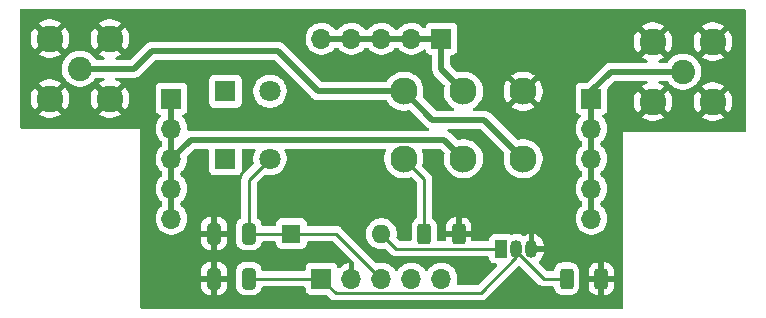
<source format=gbr>
%TF.GenerationSoftware,KiCad,Pcbnew,9.0.6*%
%TF.CreationDate,2026-01-07T20:23:40-06:00*%
%TF.ProjectId,K9HZ_100W_11band_LPF-TR-carrier_01_06_26,4b39485a-5f31-4303-9057-5f313162616e,rev?*%
%TF.SameCoordinates,Original*%
%TF.FileFunction,Copper,L1,Top*%
%TF.FilePolarity,Positive*%
%FSLAX46Y46*%
G04 Gerber Fmt 4.6, Leading zero omitted, Abs format (unit mm)*
G04 Created by KiCad (PCBNEW 9.0.6) date 2026-01-07 20:23:40*
%MOMM*%
%LPD*%
G01*
G04 APERTURE LIST*
G04 Aperture macros list*
%AMRoundRect*
0 Rectangle with rounded corners*
0 $1 Rounding radius*
0 $2 $3 $4 $5 $6 $7 $8 $9 X,Y pos of 4 corners*
0 Add a 4 corners polygon primitive as box body*
4,1,4,$2,$3,$4,$5,$6,$7,$8,$9,$2,$3,0*
0 Add four circle primitives for the rounded corners*
1,1,$1+$1,$2,$3*
1,1,$1+$1,$4,$5*
1,1,$1+$1,$6,$7*
1,1,$1+$1,$8,$9*
0 Add four rect primitives between the rounded corners*
20,1,$1+$1,$2,$3,$4,$5,0*
20,1,$1+$1,$4,$5,$6,$7,0*
20,1,$1+$1,$6,$7,$8,$9,0*
20,1,$1+$1,$8,$9,$2,$3,0*%
G04 Aperture macros list end*
%TA.AperFunction,ComponentPad*%
%ADD10C,2.250000*%
%TD*%
%TA.AperFunction,SMDPad,CuDef*%
%ADD11RoundRect,0.250000X-0.312500X-0.625000X0.312500X-0.625000X0.312500X0.625000X-0.312500X0.625000X0*%
%TD*%
%TA.AperFunction,ComponentPad*%
%ADD12C,2.300000*%
%TD*%
%TA.AperFunction,ComponentPad*%
%ADD13R,1.800000X1.800000*%
%TD*%
%TA.AperFunction,ComponentPad*%
%ADD14C,1.800000*%
%TD*%
%TA.AperFunction,SMDPad,CuDef*%
%ADD15RoundRect,0.250000X0.325000X0.650000X-0.325000X0.650000X-0.325000X-0.650000X0.325000X-0.650000X0*%
%TD*%
%TA.AperFunction,ComponentPad*%
%ADD16R,1.700000X1.700000*%
%TD*%
%TA.AperFunction,ComponentPad*%
%ADD17O,1.700000X1.700000*%
%TD*%
%TA.AperFunction,ComponentPad*%
%ADD18R,1.600000X1.600000*%
%TD*%
%TA.AperFunction,ComponentPad*%
%ADD19O,1.600000X1.600000*%
%TD*%
%TA.AperFunction,ComponentPad*%
%ADD20R,1.050000X1.500000*%
%TD*%
%TA.AperFunction,ComponentPad*%
%ADD21O,1.050000X1.500000*%
%TD*%
%TA.AperFunction,ComponentPad*%
%ADD22C,2.050000*%
%TD*%
%TA.AperFunction,ViaPad*%
%ADD23C,0.800000*%
%TD*%
%TA.AperFunction,Conductor*%
%ADD24C,0.525000*%
%TD*%
%TA.AperFunction,Conductor*%
%ADD25C,0.293000*%
%TD*%
G04 APERTURE END LIST*
D10*
%TO.P,,2,Ext*%
%TO.N,GND*%
X115062000Y-78994000D03*
%TD*%
%TO.P,,2,Ext*%
%TO.N,GND*%
X115062000Y-84074000D03*
%TD*%
%TO.P,,2,Ext*%
%TO.N,GND*%
X69088000Y-78740000D03*
%TD*%
D11*
%TO.P,R2,1*%
%TO.N,/TX*%
X107757500Y-99060000D03*
%TO.P,R2,2*%
%TO.N,GND*%
X110682500Y-99060000D03*
%TD*%
%TO.P,R1,1*%
%TO.N,Net-(K2-Pad12)*%
X95692500Y-95250000D03*
%TO.P,R1,2*%
%TO.N,GND*%
X98617500Y-95250000D03*
%TD*%
D10*
%TO.P,,2,Ext*%
%TO.N,GND*%
X120142000Y-84074000D03*
%TD*%
D12*
%TO.P,K2,11*%
%TO.N,Net-(J22.2-Pin_1)*%
X99020000Y-88900000D03*
%TO.P,K2,12*%
%TO.N,Net-(K2-Pad12)*%
X93980000Y-88900000D03*
%TO.P,K2,14*%
%TO.N,N/C*%
X104060000Y-88900000D03*
D13*
%TO.P,K2,A1*%
%TO.N,Net-(D1-A)*%
X78860000Y-88900000D03*
D14*
%TO.P,K2,A2*%
%TO.N,Net-(D1-K)*%
X82640000Y-88900000D03*
%TD*%
D15*
%TO.P,C1,1*%
%TO.N,Net-(D1-K)*%
X80850000Y-95250000D03*
%TO.P,C1,2*%
%TO.N,GND*%
X77900000Y-95250000D03*
%TD*%
D16*
%TO.P,J22.2,1,Pin_1*%
%TO.N,Net-(J22.2-Pin_1)*%
X74295000Y-83820000D03*
D17*
%TO.P,J22.2,2,Pin_2*%
X74295000Y-86360000D03*
%TO.P,J22.2,3,Pin_3*%
X74295000Y-88900000D03*
%TO.P,J22.2,4,Pin_4*%
X74295000Y-91440000D03*
%TO.P,J22.2,5,Pin_5*%
X74295000Y-93980000D03*
%TD*%
D12*
%TO.P,K1,11*%
%TO.N,Net-(J23.1-Pin_1)*%
X99020000Y-83185000D03*
%TO.P,K1,12*%
%TO.N,N/C*%
X93980000Y-83185000D03*
%TO.P,K1,14*%
%TO.N,GND*%
X104060000Y-83185000D03*
D13*
%TO.P,K1,A1*%
%TO.N,Net-(D1-A)*%
X78860000Y-83185000D03*
D14*
%TO.P,K1,A2*%
%TO.N,Net-(D1-K)*%
X82640000Y-83185000D03*
%TD*%
D18*
%TO.P,D1,1,K*%
%TO.N,Net-(D1-K)*%
X84455000Y-95250000D03*
D19*
%TO.P,D1,2,A*%
%TO.N,Net-(D1-A)*%
X92075000Y-95250000D03*
%TD*%
D15*
%TO.P,C2,1*%
%TO.N,/TX*%
X80850000Y-99060000D03*
%TO.P,C2,2*%
%TO.N,GND*%
X77900000Y-99060000D03*
%TD*%
D20*
%TO.P,Q1,1,D*%
%TO.N,Net-(D1-A)*%
X102235000Y-96520000D03*
D21*
%TO.P,Q1,2,G*%
%TO.N,/TX*%
X103505000Y-96520000D03*
%TO.P,Q1,3,S*%
%TO.N,GND*%
X104775000Y-96520000D03*
%TD*%
D16*
%TO.P,J23.2,1,Pin_1*%
%TO.N,/TX*%
X86995000Y-99060000D03*
D17*
%TO.P,J23.2,2,Pin_2*%
%TO.N,GND*%
X89535000Y-99060000D03*
%TO.P,J23.2,3,Pin_3*%
%TO.N,Net-(D1-K)*%
X92075000Y-99060000D03*
%TO.P,J23.2,4,Pin_4*%
%TO.N,unconnected-(J23.2-Pin_4-Pad4)*%
X94615000Y-99060000D03*
%TO.P,J23.2,5,Pin_5*%
%TO.N,unconnected-(J23.2-Pin_5-Pad5)*%
X97155000Y-99060000D03*
%TD*%
D10*
%TO.P,,2,Ext*%
%TO.N,GND*%
X120142000Y-78994000D03*
%TD*%
D16*
%TO.P,J23.1,1,Pin_1*%
%TO.N,Net-(J23.1-Pin_1)*%
X97155000Y-78740000D03*
D17*
%TO.P,J23.1,2,Pin_2*%
X94615000Y-78740000D03*
%TO.P,J23.1,3,Pin_3*%
X92075000Y-78740000D03*
%TO.P,J23.1,4,Pin_4*%
X89535000Y-78740000D03*
%TO.P,J23.1,5,Pin_5*%
X86995000Y-78740000D03*
%TD*%
D22*
%TO.P,,1,In*%
%TO.N,/ANT*%
X117602000Y-81534000D03*
%TD*%
D16*
%TO.P,J22.1,1,Pin_1*%
%TO.N,/ANT*%
X109855000Y-83820000D03*
D17*
%TO.P,J22.1,2,Pin_2*%
X109855000Y-86360000D03*
%TO.P,J22.1,3,Pin_3*%
X109855000Y-88900000D03*
%TO.P,J22.1,4,Pin_4*%
X109855000Y-91440000D03*
%TO.P,J22.1,5,Pin_5*%
X109855000Y-93980000D03*
%TD*%
D10*
%TO.P,,2,Ext*%
%TO.N,GND*%
X69088000Y-83820000D03*
%TD*%
D22*
%TO.P,,1,In*%
%TO.N,N/C*%
X66548000Y-81280000D03*
%TD*%
D10*
%TO.P,,2,Ext*%
%TO.N,GND*%
X64008000Y-78740000D03*
%TD*%
%TO.P,,2,Ext*%
%TO.N,GND*%
X64008000Y-83820000D03*
%TD*%
D23*
%TO.N,GND*%
X102616000Y-91694000D03*
X107696000Y-92202000D03*
X109728000Y-76962000D03*
X84099400Y-101092000D03*
X82296000Y-97028000D03*
X78994000Y-77216000D03*
X96520000Y-83566000D03*
X99822000Y-98298000D03*
X88138000Y-76708000D03*
X87122000Y-96774000D03*
X101600000Y-80518000D03*
X107696000Y-95504000D03*
X103378000Y-78994000D03*
X96520000Y-88900000D03*
X85090000Y-85090000D03*
X80772000Y-88646000D03*
X81026000Y-85598000D03*
X91948000Y-76708000D03*
X109728000Y-78994000D03*
X81788000Y-77216000D03*
X84328000Y-77216000D03*
X76454000Y-93218000D03*
X72288400Y-87655400D03*
X73914000Y-77216000D03*
X103378000Y-76962000D03*
X89916000Y-85344000D03*
X88138000Y-84836000D03*
X89662000Y-88900000D03*
X111760000Y-95504000D03*
X111887000Y-87350600D03*
X93980000Y-85852000D03*
X111912400Y-92481400D03*
X103759000Y-100634800D03*
X109448600Y-100838000D03*
X104140000Y-86360000D03*
X93726000Y-80772000D03*
X101346000Y-88900000D03*
X106426000Y-78994000D03*
X99568000Y-76708000D03*
X111760000Y-83820000D03*
X98298000Y-92456000D03*
X85344000Y-91694000D03*
X72313800Y-92735400D03*
X106934000Y-86360000D03*
X75184000Y-96774000D03*
X72313800Y-83312000D03*
X89154000Y-81026000D03*
X106426000Y-76962000D03*
X105156000Y-91948000D03*
X72644000Y-96520000D03*
X93980000Y-91948000D03*
X96012000Y-76708000D03*
X75920600Y-100990400D03*
X76454000Y-85090000D03*
X85598000Y-88900000D03*
X90170000Y-92202000D03*
X76708000Y-89916000D03*
%TD*%
D24*
%TO.N,*%
X72644000Y-79756000D02*
X83312000Y-79756000D01*
X83312000Y-79756000D02*
X86741000Y-83185000D01*
X96393000Y-85598000D02*
X100758000Y-85598000D01*
X86741000Y-83185000D02*
X93980000Y-83185000D01*
X93980000Y-83185000D02*
X96393000Y-85598000D01*
X71120000Y-81280000D02*
X72644000Y-79756000D01*
X100758000Y-85598000D02*
X104060000Y-88900000D01*
X66548000Y-81280000D02*
X71120000Y-81280000D01*
D25*
%TO.N,Net-(D1-K)*%
X80850000Y-90690000D02*
X82640000Y-88900000D01*
X88265000Y-95250000D02*
X84455000Y-95250000D01*
X92075000Y-99060000D02*
X88265000Y-95250000D01*
X80850000Y-95250000D02*
X80850000Y-90690000D01*
X80850000Y-95250000D02*
X84455000Y-95250000D01*
%TO.N,/TX*%
X107757500Y-99060000D02*
X105820000Y-99060000D01*
X103505000Y-96745000D02*
X103505000Y-96520000D01*
X100466500Y-100256500D02*
X103505000Y-97218000D01*
X103505000Y-97218000D02*
X103505000Y-96520000D01*
X80850000Y-99060000D02*
X86995000Y-99060000D01*
X88191500Y-100256500D02*
X100466500Y-100256500D01*
X105820000Y-99060000D02*
X103505000Y-96745000D01*
X86995000Y-99060000D02*
X88191500Y-100256500D01*
%TO.N,Net-(D1-A)*%
X92075000Y-95250000D02*
X93345000Y-96520000D01*
X93345000Y-96520000D02*
X102235000Y-96520000D01*
D24*
%TO.N,/ANT*%
X109855000Y-83820000D02*
X109855000Y-86360000D01*
X109855000Y-86360000D02*
X109855000Y-88900000D01*
X109855000Y-83820000D02*
X109855000Y-83185000D01*
X109855000Y-88900000D02*
X109855000Y-91440000D01*
X111506000Y-81534000D02*
X117602000Y-81534000D01*
X109855000Y-83185000D02*
X111506000Y-81534000D01*
X109855000Y-91440000D02*
X109855000Y-93980000D01*
%TO.N,Net-(J22.2-Pin_1)*%
X74295000Y-88900000D02*
X74295000Y-91440000D01*
X97407500Y-87287500D02*
X99020000Y-88900000D01*
X75907500Y-87287500D02*
X97407500Y-87287500D01*
X74295000Y-88900000D02*
X75907500Y-87287500D01*
X74295000Y-91440000D02*
X74295000Y-93980000D01*
X74295000Y-86360000D02*
X74295000Y-88900000D01*
X74295000Y-83820000D02*
X74295000Y-86360000D01*
%TO.N,Net-(J23.1-Pin_1)*%
X94615000Y-78740000D02*
X97155000Y-78740000D01*
X97155000Y-81320000D02*
X99020000Y-83185000D01*
X89535000Y-78740000D02*
X92075000Y-78740000D01*
X86995000Y-78740000D02*
X89535000Y-78740000D01*
X92075000Y-78740000D02*
X94615000Y-78740000D01*
X97155000Y-78740000D02*
X97155000Y-81320000D01*
D25*
%TO.N,Net-(K2-Pad12)*%
X95692500Y-95250000D02*
X95692500Y-90612500D01*
X95692500Y-90612500D02*
X93980000Y-88900000D01*
%TD*%
%TA.AperFunction,Conductor*%
%TO.N,GND*%
G36*
X92425131Y-88070185D02*
G01*
X92470886Y-88122989D01*
X92480830Y-88192147D01*
X92468577Y-88230795D01*
X92450422Y-88266423D01*
X92370140Y-88513506D01*
X92329500Y-88770097D01*
X92329500Y-89029902D01*
X92370140Y-89286493D01*
X92450422Y-89533576D01*
X92568368Y-89765054D01*
X92628542Y-89847876D01*
X92721069Y-89975229D01*
X92904771Y-90158931D01*
X93114949Y-90311634D01*
X93205645Y-90357846D01*
X93346423Y-90429577D01*
X93346425Y-90429577D01*
X93346428Y-90429579D01*
X93593507Y-90509860D01*
X93725706Y-90530797D01*
X93850098Y-90550500D01*
X93850103Y-90550500D01*
X94109902Y-90550500D01*
X94226531Y-90532027D01*
X94366493Y-90509860D01*
X94526973Y-90457715D01*
X94596811Y-90455721D01*
X94652970Y-90487966D01*
X95009181Y-90844177D01*
X95042666Y-90905500D01*
X95045500Y-90931858D01*
X95045500Y-93880332D01*
X95025815Y-93947371D01*
X94986598Y-93985870D01*
X94911344Y-94032287D01*
X94787289Y-94156342D01*
X94695187Y-94305663D01*
X94695185Y-94305668D01*
X94695115Y-94305880D01*
X94640001Y-94472203D01*
X94640001Y-94472204D01*
X94640000Y-94472204D01*
X94629500Y-94574983D01*
X94629500Y-94574996D01*
X94629501Y-95749000D01*
X94609816Y-95816039D01*
X94557013Y-95861794D01*
X94505501Y-95873000D01*
X93664359Y-95873000D01*
X93597320Y-95853315D01*
X93576678Y-95836681D01*
X93381460Y-95641463D01*
X93347975Y-95580140D01*
X93346668Y-95534384D01*
X93347732Y-95527671D01*
X93375500Y-95352352D01*
X93375500Y-95147648D01*
X93353715Y-95010104D01*
X93343477Y-94945465D01*
X93309820Y-94841880D01*
X93280220Y-94750781D01*
X93280218Y-94750778D01*
X93280218Y-94750776D01*
X93217590Y-94627863D01*
X93187287Y-94568390D01*
X93173946Y-94550028D01*
X93066971Y-94402786D01*
X92922213Y-94258028D01*
X92756613Y-94137715D01*
X92756612Y-94137714D01*
X92756610Y-94137713D01*
X92699653Y-94108691D01*
X92574223Y-94044781D01*
X92379534Y-93981522D01*
X92200460Y-93953160D01*
X92177352Y-93949500D01*
X91972648Y-93949500D01*
X91949540Y-93953160D01*
X91770465Y-93981522D01*
X91575776Y-94044781D01*
X91393386Y-94137715D01*
X91227786Y-94258028D01*
X91083028Y-94402786D01*
X90962715Y-94568386D01*
X90869781Y-94750776D01*
X90806522Y-94945465D01*
X90774500Y-95147648D01*
X90774500Y-95352351D01*
X90806522Y-95554534D01*
X90869781Y-95749223D01*
X90927140Y-95861794D01*
X90955108Y-95916685D01*
X90962715Y-95931613D01*
X91083028Y-96097213D01*
X91227786Y-96241971D01*
X91382749Y-96354556D01*
X91393390Y-96362287D01*
X91482212Y-96407544D01*
X91575776Y-96455218D01*
X91575778Y-96455218D01*
X91575781Y-96455220D01*
X91680137Y-96489127D01*
X91770465Y-96518477D01*
X91847145Y-96530622D01*
X91972648Y-96550500D01*
X91972649Y-96550500D01*
X92177351Y-96550500D01*
X92177352Y-96550500D01*
X92359385Y-96521668D01*
X92428677Y-96530622D01*
X92466463Y-96556460D01*
X92842441Y-96932438D01*
X92842442Y-96932439D01*
X92932561Y-97022558D01*
X92932562Y-97022559D01*
X93038523Y-97093360D01*
X93038527Y-97093362D01*
X93038530Y-97093364D01*
X93156277Y-97142137D01*
X93281271Y-97166999D01*
X93281275Y-97167000D01*
X93281276Y-97167000D01*
X101085501Y-97167000D01*
X101152540Y-97186685D01*
X101198295Y-97239489D01*
X101209501Y-97291000D01*
X101209501Y-97317876D01*
X101215908Y-97377483D01*
X101266202Y-97512328D01*
X101266206Y-97512335D01*
X101352452Y-97627544D01*
X101352455Y-97627547D01*
X101467664Y-97713793D01*
X101467671Y-97713797D01*
X101498207Y-97725186D01*
X101602517Y-97764091D01*
X101662127Y-97770500D01*
X101738141Y-97770499D01*
X101805179Y-97790183D01*
X101850935Y-97842986D01*
X101860879Y-97912144D01*
X101831855Y-97975701D01*
X101825822Y-97982180D01*
X100234823Y-99573181D01*
X100173500Y-99606666D01*
X100147142Y-99609500D01*
X98567127Y-99609500D01*
X98500088Y-99589815D01*
X98454333Y-99537011D01*
X98444389Y-99467853D01*
X98449196Y-99447182D01*
X98472246Y-99376243D01*
X98505500Y-99166287D01*
X98505500Y-98953713D01*
X98472246Y-98743757D01*
X98406557Y-98541588D01*
X98310051Y-98352184D01*
X98310049Y-98352181D01*
X98310048Y-98352179D01*
X98185109Y-98180213D01*
X98034786Y-98029890D01*
X97862820Y-97904951D01*
X97673414Y-97808444D01*
X97673413Y-97808443D01*
X97673412Y-97808443D01*
X97471243Y-97742754D01*
X97471241Y-97742753D01*
X97471240Y-97742753D01*
X97309957Y-97717208D01*
X97261287Y-97709500D01*
X97048713Y-97709500D01*
X97000042Y-97717208D01*
X96838760Y-97742753D01*
X96636585Y-97808444D01*
X96447179Y-97904951D01*
X96275213Y-98029890D01*
X96124890Y-98180213D01*
X95999949Y-98352182D01*
X95995484Y-98360946D01*
X95947509Y-98411742D01*
X95879688Y-98428536D01*
X95813553Y-98405998D01*
X95774516Y-98360946D01*
X95770050Y-98352182D01*
X95645109Y-98180213D01*
X95494786Y-98029890D01*
X95322820Y-97904951D01*
X95133414Y-97808444D01*
X95133413Y-97808443D01*
X95133412Y-97808443D01*
X94931243Y-97742754D01*
X94931241Y-97742753D01*
X94931240Y-97742753D01*
X94769957Y-97717208D01*
X94721287Y-97709500D01*
X94508713Y-97709500D01*
X94460042Y-97717208D01*
X94298760Y-97742753D01*
X94096585Y-97808444D01*
X93907179Y-97904951D01*
X93735213Y-98029890D01*
X93584890Y-98180213D01*
X93459949Y-98352182D01*
X93455484Y-98360946D01*
X93407509Y-98411742D01*
X93339688Y-98428536D01*
X93273553Y-98405998D01*
X93234516Y-98360946D01*
X93230050Y-98352182D01*
X93105109Y-98180213D01*
X92954786Y-98029890D01*
X92782820Y-97904951D01*
X92593414Y-97808444D01*
X92593413Y-97808443D01*
X92593412Y-97808443D01*
X92391243Y-97742754D01*
X92391241Y-97742753D01*
X92391240Y-97742753D01*
X92229957Y-97717208D01*
X92181287Y-97709500D01*
X91968713Y-97709500D01*
X91944541Y-97713328D01*
X91758743Y-97742755D01*
X91756901Y-97743198D01*
X91756180Y-97743161D01*
X91753945Y-97743516D01*
X91753870Y-97743045D01*
X91687120Y-97739695D01*
X91640296Y-97710300D01*
X88771898Y-94841902D01*
X88771878Y-94841880D01*
X88677446Y-94747448D01*
X88677442Y-94747445D01*
X88677439Y-94747442D01*
X88634993Y-94719080D01*
X88571470Y-94676635D01*
X88571464Y-94676631D01*
X88453724Y-94627863D01*
X88453714Y-94627860D01*
X88328727Y-94602999D01*
X88328724Y-94602999D01*
X88201276Y-94602999D01*
X88195162Y-94602999D01*
X88195142Y-94603000D01*
X85879499Y-94603000D01*
X85812460Y-94583315D01*
X85766705Y-94530511D01*
X85755499Y-94479000D01*
X85755499Y-94402129D01*
X85755498Y-94402123D01*
X85755497Y-94402116D01*
X85749091Y-94342517D01*
X85735426Y-94305880D01*
X85698797Y-94207671D01*
X85698793Y-94207664D01*
X85612547Y-94092455D01*
X85612544Y-94092452D01*
X85497335Y-94006206D01*
X85497328Y-94006202D01*
X85362482Y-93955908D01*
X85362483Y-93955908D01*
X85302883Y-93949501D01*
X85302881Y-93949500D01*
X85302873Y-93949500D01*
X85302864Y-93949500D01*
X83607129Y-93949500D01*
X83607123Y-93949501D01*
X83547516Y-93955908D01*
X83412671Y-94006202D01*
X83412664Y-94006206D01*
X83297455Y-94092452D01*
X83297452Y-94092455D01*
X83211206Y-94207664D01*
X83211202Y-94207671D01*
X83160908Y-94342517D01*
X83154501Y-94402116D01*
X83154501Y-94402123D01*
X83154500Y-94402135D01*
X83154500Y-94479000D01*
X83134815Y-94546039D01*
X83082011Y-94591794D01*
X83030500Y-94603000D01*
X82042892Y-94603000D01*
X81975853Y-94583315D01*
X81930098Y-94530511D01*
X81919534Y-94491600D01*
X81917563Y-94472309D01*
X81914999Y-94447203D01*
X81859814Y-94280666D01*
X81767712Y-94131344D01*
X81643656Y-94007288D01*
X81643655Y-94007287D01*
X81555902Y-93953160D01*
X81509178Y-93901212D01*
X81497000Y-93847622D01*
X81497000Y-91009357D01*
X81516685Y-90942318D01*
X81533315Y-90921680D01*
X82165431Y-90289563D01*
X82226752Y-90256080D01*
X82291428Y-90259314D01*
X82312049Y-90266015D01*
X82529778Y-90300500D01*
X82529779Y-90300500D01*
X82750221Y-90300500D01*
X82750222Y-90300500D01*
X82967951Y-90266015D01*
X83177606Y-90197895D01*
X83374022Y-90097815D01*
X83552365Y-89968242D01*
X83708242Y-89812365D01*
X83837815Y-89634022D01*
X83937895Y-89437606D01*
X84006015Y-89227951D01*
X84040500Y-89010222D01*
X84040500Y-88789778D01*
X84006015Y-88572049D01*
X83951601Y-88404578D01*
X83937896Y-88362396D01*
X83937893Y-88362388D01*
X83870842Y-88230796D01*
X83857945Y-88162126D01*
X83884221Y-88097386D01*
X83941327Y-88057128D01*
X83981326Y-88050500D01*
X92358092Y-88050500D01*
X92425131Y-88070185D01*
G37*
%TD.AperFunction*%
%TA.AperFunction,Conductor*%
G36*
X122878539Y-76220185D02*
G01*
X122924294Y-76272989D01*
X122935500Y-76324500D01*
X122935500Y-86489500D01*
X122915815Y-86556539D01*
X122863011Y-86602294D01*
X122811500Y-86613500D01*
X112521792Y-86613500D01*
X112521500Y-86613792D01*
X112521500Y-101475500D01*
X112501815Y-101542539D01*
X112449011Y-101588294D01*
X112397500Y-101599500D01*
X71752500Y-101599500D01*
X71685461Y-101579815D01*
X71639706Y-101527011D01*
X71628500Y-101475500D01*
X71628500Y-99759986D01*
X76825001Y-99759986D01*
X76835494Y-99862697D01*
X76890641Y-100029119D01*
X76890643Y-100029124D01*
X76982684Y-100178345D01*
X77106654Y-100302315D01*
X77255875Y-100394356D01*
X77255880Y-100394358D01*
X77422302Y-100449505D01*
X77422309Y-100449506D01*
X77525019Y-100459999D01*
X77649999Y-100459999D01*
X78150000Y-100459999D01*
X78274972Y-100459999D01*
X78274986Y-100459998D01*
X78377697Y-100449505D01*
X78544119Y-100394358D01*
X78544124Y-100394356D01*
X78693345Y-100302315D01*
X78817315Y-100178345D01*
X78909356Y-100029124D01*
X78909358Y-100029119D01*
X78964505Y-99862697D01*
X78964506Y-99862690D01*
X78974999Y-99759986D01*
X78975000Y-99759973D01*
X78975000Y-99310000D01*
X78150000Y-99310000D01*
X78150000Y-100459999D01*
X77649999Y-100459999D01*
X77650000Y-100459998D01*
X77650000Y-99310000D01*
X76825001Y-99310000D01*
X76825001Y-99759986D01*
X71628500Y-99759986D01*
X71628500Y-98360013D01*
X76825000Y-98360013D01*
X76825000Y-98810000D01*
X77650000Y-98810000D01*
X78150000Y-98810000D01*
X78974999Y-98810000D01*
X78974999Y-98360028D01*
X78974998Y-98360013D01*
X78964505Y-98257302D01*
X78909358Y-98090880D01*
X78909356Y-98090875D01*
X78817315Y-97941654D01*
X78693345Y-97817684D01*
X78544124Y-97725643D01*
X78544119Y-97725641D01*
X78377697Y-97670494D01*
X78377690Y-97670493D01*
X78274986Y-97660000D01*
X78150000Y-97660000D01*
X78150000Y-98810000D01*
X77650000Y-98810000D01*
X77650000Y-97660000D01*
X77525027Y-97660000D01*
X77525012Y-97660001D01*
X77422302Y-97670494D01*
X77255880Y-97725641D01*
X77255875Y-97725643D01*
X77106654Y-97817684D01*
X76982684Y-97941654D01*
X76890643Y-98090875D01*
X76890641Y-98090880D01*
X76835494Y-98257302D01*
X76835493Y-98257309D01*
X76825000Y-98360013D01*
X71628500Y-98360013D01*
X71628500Y-95949986D01*
X76825001Y-95949986D01*
X76835494Y-96052697D01*
X76890641Y-96219119D01*
X76890643Y-96219124D01*
X76982684Y-96368345D01*
X77106654Y-96492315D01*
X77255875Y-96584356D01*
X77255880Y-96584358D01*
X77422302Y-96639505D01*
X77422309Y-96639506D01*
X77525019Y-96649999D01*
X77649999Y-96649999D01*
X78150000Y-96649999D01*
X78274972Y-96649999D01*
X78274986Y-96649998D01*
X78377697Y-96639505D01*
X78544119Y-96584358D01*
X78544124Y-96584356D01*
X78693345Y-96492315D01*
X78817315Y-96368345D01*
X78909356Y-96219124D01*
X78909358Y-96219119D01*
X78964505Y-96052697D01*
X78964506Y-96052690D01*
X78974999Y-95949986D01*
X78975000Y-95949973D01*
X78975000Y-95500000D01*
X78150000Y-95500000D01*
X78150000Y-96649999D01*
X77649999Y-96649999D01*
X77650000Y-96649998D01*
X77650000Y-95500000D01*
X76825001Y-95500000D01*
X76825001Y-95949986D01*
X71628500Y-95949986D01*
X71628500Y-86359793D01*
X71628207Y-86359500D01*
X61592500Y-86359500D01*
X61525461Y-86339815D01*
X61479706Y-86287011D01*
X61468500Y-86235500D01*
X61468500Y-83692110D01*
X62383000Y-83692110D01*
X62383000Y-83947889D01*
X62423013Y-84200523D01*
X62502051Y-84443781D01*
X62502052Y-84443784D01*
X62618175Y-84671686D01*
X62695850Y-84778595D01*
X62695850Y-84778596D01*
X63253884Y-84220561D01*
X63254740Y-84222626D01*
X63347762Y-84361844D01*
X63466156Y-84480238D01*
X63605374Y-84573260D01*
X63607437Y-84574114D01*
X63049402Y-85132148D01*
X63156313Y-85209824D01*
X63384215Y-85325947D01*
X63384218Y-85325948D01*
X63627476Y-85404986D01*
X63880111Y-85445000D01*
X64135889Y-85445000D01*
X64388523Y-85404986D01*
X64631781Y-85325948D01*
X64631784Y-85325947D01*
X64859685Y-85209825D01*
X64966595Y-85132148D01*
X64966596Y-85132148D01*
X64408562Y-84574114D01*
X64410626Y-84573260D01*
X64549844Y-84480238D01*
X64668238Y-84361844D01*
X64761260Y-84222626D01*
X64762114Y-84220562D01*
X65320148Y-84778596D01*
X65320148Y-84778595D01*
X65397825Y-84671685D01*
X65513947Y-84443784D01*
X65513948Y-84443781D01*
X65592986Y-84200523D01*
X65633000Y-83947889D01*
X65633000Y-83692110D01*
X65592986Y-83439476D01*
X65513948Y-83196218D01*
X65513947Y-83196215D01*
X65397824Y-82968313D01*
X65320148Y-82861403D01*
X65320148Y-82861402D01*
X64762114Y-83419436D01*
X64761260Y-83417374D01*
X64668238Y-83278156D01*
X64549844Y-83159762D01*
X64410626Y-83066740D01*
X64408560Y-83065884D01*
X64966596Y-82507850D01*
X64859686Y-82430175D01*
X64631784Y-82314052D01*
X64631781Y-82314051D01*
X64388523Y-82235013D01*
X64135889Y-82195000D01*
X63880111Y-82195000D01*
X63627476Y-82235013D01*
X63384218Y-82314051D01*
X63384215Y-82314052D01*
X63156310Y-82430177D01*
X63049403Y-82507849D01*
X63049402Y-82507850D01*
X63607437Y-83065885D01*
X63605374Y-83066740D01*
X63466156Y-83159762D01*
X63347762Y-83278156D01*
X63254740Y-83417374D01*
X63253885Y-83419437D01*
X62695850Y-82861402D01*
X62695849Y-82861403D01*
X62618177Y-82968310D01*
X62502052Y-83196215D01*
X62502051Y-83196218D01*
X62423013Y-83439476D01*
X62383000Y-83692110D01*
X61468500Y-83692110D01*
X61468500Y-81159941D01*
X65022500Y-81159941D01*
X65022500Y-81400059D01*
X65047326Y-81556801D01*
X65060063Y-81637222D01*
X65134265Y-81865593D01*
X65209720Y-82013679D01*
X65243276Y-82079536D01*
X65384414Y-82273796D01*
X65554204Y-82443586D01*
X65748464Y-82584724D01*
X65796065Y-82608978D01*
X65962406Y-82693734D01*
X65962408Y-82693734D01*
X65962411Y-82693736D01*
X66190778Y-82767937D01*
X66427941Y-82805500D01*
X66427942Y-82805500D01*
X66668058Y-82805500D01*
X66668059Y-82805500D01*
X66905222Y-82767937D01*
X67133589Y-82693736D01*
X67347536Y-82584724D01*
X67541796Y-82443586D01*
X67711586Y-82273796D01*
X67842132Y-82094115D01*
X67897462Y-82051449D01*
X67942450Y-82043000D01*
X68515526Y-82043000D01*
X68582565Y-82062685D01*
X68628320Y-82115489D01*
X68638264Y-82184647D01*
X68609239Y-82248203D01*
X68553844Y-82284931D01*
X68464218Y-82314051D01*
X68464215Y-82314052D01*
X68236310Y-82430177D01*
X68129403Y-82507849D01*
X68129402Y-82507850D01*
X68687437Y-83065885D01*
X68685374Y-83066740D01*
X68546156Y-83159762D01*
X68427762Y-83278156D01*
X68334740Y-83417374D01*
X68333885Y-83419437D01*
X67775850Y-82861402D01*
X67775849Y-82861403D01*
X67698177Y-82968310D01*
X67582052Y-83196215D01*
X67582051Y-83196218D01*
X67503013Y-83439476D01*
X67463000Y-83692110D01*
X67463000Y-83947889D01*
X67503013Y-84200523D01*
X67582051Y-84443781D01*
X67582052Y-84443784D01*
X67698175Y-84671686D01*
X67775850Y-84778595D01*
X67775850Y-84778596D01*
X68333884Y-84220561D01*
X68334740Y-84222626D01*
X68427762Y-84361844D01*
X68546156Y-84480238D01*
X68685374Y-84573260D01*
X68687437Y-84574114D01*
X68129402Y-85132148D01*
X68236313Y-85209824D01*
X68464215Y-85325947D01*
X68464218Y-85325948D01*
X68707476Y-85404986D01*
X68960111Y-85445000D01*
X69215889Y-85445000D01*
X69468523Y-85404986D01*
X69711781Y-85325948D01*
X69711784Y-85325947D01*
X69939685Y-85209825D01*
X70046595Y-85132148D01*
X70046596Y-85132148D01*
X69488562Y-84574114D01*
X69490626Y-84573260D01*
X69629844Y-84480238D01*
X69748238Y-84361844D01*
X69841260Y-84222626D01*
X69842114Y-84220562D01*
X70400148Y-84778596D01*
X70400148Y-84778595D01*
X70477825Y-84671685D01*
X70593947Y-84443784D01*
X70593948Y-84443781D01*
X70672986Y-84200523D01*
X70713000Y-83947889D01*
X70713000Y-83692110D01*
X70672986Y-83439476D01*
X70593948Y-83196218D01*
X70593947Y-83196215D01*
X70477824Y-82968313D01*
X70400148Y-82861403D01*
X70400148Y-82861402D01*
X69842114Y-83419436D01*
X69841260Y-83417374D01*
X69748238Y-83278156D01*
X69629844Y-83159762D01*
X69490626Y-83066740D01*
X69488560Y-83065884D01*
X70046596Y-82507850D01*
X69939686Y-82430175D01*
X69776135Y-82346842D01*
X69614406Y-82282125D01*
X69590051Y-82262978D01*
X69564481Y-82245494D01*
X69562824Y-82241573D01*
X69559478Y-82238943D01*
X69558852Y-82237135D01*
X77459500Y-82237135D01*
X77459500Y-84132870D01*
X77459501Y-84132876D01*
X77465908Y-84192483D01*
X77516202Y-84327328D01*
X77516206Y-84327335D01*
X77602452Y-84442544D01*
X77602455Y-84442547D01*
X77717664Y-84528793D01*
X77717671Y-84528797D01*
X77852517Y-84579091D01*
X77852516Y-84579091D01*
X77859444Y-84579835D01*
X77912127Y-84585500D01*
X79807872Y-84585499D01*
X79867483Y-84579091D01*
X80002331Y-84528796D01*
X80117546Y-84442546D01*
X80203796Y-84327331D01*
X80254091Y-84192483D01*
X80260500Y-84132873D01*
X80260499Y-83074778D01*
X81239500Y-83074778D01*
X81239500Y-83295221D01*
X81273985Y-83512952D01*
X81342103Y-83722603D01*
X81342104Y-83722606D01*
X81394820Y-83826064D01*
X81442010Y-83918679D01*
X81442187Y-83919025D01*
X81571752Y-84097358D01*
X81571756Y-84097363D01*
X81727636Y-84253243D01*
X81727641Y-84253247D01*
X81829606Y-84327328D01*
X81905978Y-84382815D01*
X82025629Y-84443781D01*
X82102393Y-84482895D01*
X82102396Y-84482896D01*
X82201346Y-84515046D01*
X82312049Y-84551015D01*
X82529778Y-84585500D01*
X82529779Y-84585500D01*
X82750221Y-84585500D01*
X82750222Y-84585500D01*
X82967951Y-84551015D01*
X83177606Y-84482895D01*
X83374022Y-84382815D01*
X83552365Y-84253242D01*
X83708242Y-84097365D01*
X83837815Y-83919022D01*
X83937895Y-83722606D01*
X84006015Y-83512951D01*
X84040500Y-83295222D01*
X84040500Y-83074778D01*
X84006015Y-82857049D01*
X83951601Y-82689578D01*
X83937896Y-82647396D01*
X83937895Y-82647393D01*
X83888995Y-82551423D01*
X83837815Y-82450978D01*
X83804476Y-82405091D01*
X83708247Y-82272641D01*
X83708243Y-82272636D01*
X83552363Y-82116756D01*
X83552358Y-82116752D01*
X83374025Y-81987187D01*
X83374024Y-81987186D01*
X83374022Y-81987185D01*
X83256791Y-81927452D01*
X83177606Y-81887104D01*
X83177603Y-81887103D01*
X82967952Y-81818985D01*
X82859086Y-81801742D01*
X82750222Y-81784500D01*
X82529778Y-81784500D01*
X82457201Y-81795995D01*
X82312047Y-81818985D01*
X82102396Y-81887103D01*
X82102393Y-81887104D01*
X81905974Y-81987187D01*
X81727641Y-82116752D01*
X81727636Y-82116756D01*
X81571756Y-82272636D01*
X81571752Y-82272641D01*
X81442187Y-82450974D01*
X81342104Y-82647393D01*
X81342103Y-82647396D01*
X81273985Y-82857047D01*
X81239500Y-83074778D01*
X80260499Y-83074778D01*
X80260499Y-82237128D01*
X80254091Y-82177517D01*
X80253876Y-82176941D01*
X80203797Y-82042671D01*
X80203793Y-82042664D01*
X80117547Y-81927455D01*
X80117544Y-81927452D01*
X80002335Y-81841206D01*
X80002328Y-81841202D01*
X79867482Y-81790908D01*
X79867483Y-81790908D01*
X79807883Y-81784501D01*
X79807881Y-81784500D01*
X79807873Y-81784500D01*
X79807864Y-81784500D01*
X77912129Y-81784500D01*
X77912123Y-81784501D01*
X77852516Y-81790908D01*
X77717671Y-81841202D01*
X77717664Y-81841206D01*
X77602455Y-81927452D01*
X77602452Y-81927455D01*
X77516206Y-82042664D01*
X77516202Y-82042671D01*
X77465908Y-82177517D01*
X77465142Y-82184647D01*
X77459501Y-82237123D01*
X77459500Y-82237135D01*
X69558852Y-82237135D01*
X69549340Y-82209667D01*
X69537282Y-82181135D01*
X69538007Y-82176941D01*
X69536615Y-82172920D01*
X69543913Y-82142816D01*
X69549196Y-82112289D01*
X69552074Y-82109152D01*
X69553077Y-82105017D01*
X69575493Y-82083635D01*
X69596440Y-82060813D01*
X69600648Y-82059642D01*
X69603636Y-82056793D01*
X69627297Y-82052228D01*
X69660474Y-82043000D01*
X71195151Y-82043000D01*
X71294320Y-82023273D01*
X71342559Y-82013678D01*
X71481416Y-81956162D01*
X71606384Y-81872661D01*
X72923726Y-80555319D01*
X72985049Y-80521834D01*
X73011407Y-80519000D01*
X82944593Y-80519000D01*
X83011632Y-80538685D01*
X83032274Y-80555319D01*
X86148339Y-83671384D01*
X86211107Y-83734152D01*
X86254617Y-83777662D01*
X86379577Y-83861158D01*
X86379590Y-83861165D01*
X86482324Y-83903718D01*
X86518441Y-83918678D01*
X86518445Y-83918678D01*
X86518446Y-83918679D01*
X86665848Y-83948000D01*
X86665851Y-83948000D01*
X92440381Y-83948000D01*
X92507420Y-83967685D01*
X92550866Y-84015705D01*
X92568368Y-84050054D01*
X92693749Y-84222626D01*
X92721069Y-84260229D01*
X92904771Y-84443931D01*
X93114949Y-84596634D01*
X93216722Y-84648490D01*
X93346423Y-84714577D01*
X93346425Y-84714577D01*
X93346428Y-84714579D01*
X93593507Y-84794860D01*
X93709285Y-84813197D01*
X93850098Y-84835500D01*
X93850103Y-84835500D01*
X94109902Y-84835500D01*
X94252450Y-84812922D01*
X94366493Y-84794860D01*
X94403153Y-84782947D01*
X94472991Y-84780951D01*
X94529152Y-84813197D01*
X95800339Y-86084384D01*
X95906616Y-86190661D01*
X95906617Y-86190662D01*
X96031577Y-86274158D01*
X96031590Y-86274165D01*
X96060015Y-86285939D01*
X96114419Y-86329780D01*
X96136484Y-86396074D01*
X96119205Y-86463773D01*
X96068068Y-86511384D01*
X96012563Y-86524500D01*
X75832351Y-86524500D01*
X75793691Y-86532190D01*
X75724099Y-86525962D01*
X75668922Y-86483098D01*
X75645678Y-86417208D01*
X75645500Y-86410572D01*
X75645500Y-86253713D01*
X75642615Y-86235500D01*
X75612246Y-86043757D01*
X75546557Y-85841588D01*
X75450051Y-85652184D01*
X75450049Y-85652181D01*
X75450048Y-85652179D01*
X75325109Y-85480213D01*
X75211569Y-85366673D01*
X75178084Y-85305350D01*
X75183068Y-85235658D01*
X75224940Y-85179725D01*
X75255915Y-85162810D01*
X75387331Y-85113796D01*
X75502546Y-85027546D01*
X75588796Y-84912331D01*
X75639091Y-84777483D01*
X75645500Y-84717873D01*
X75645499Y-82922128D01*
X75639091Y-82862517D01*
X75638675Y-82861402D01*
X75588797Y-82727671D01*
X75588793Y-82727664D01*
X75502547Y-82612455D01*
X75502544Y-82612452D01*
X75387335Y-82526206D01*
X75387328Y-82526202D01*
X75252482Y-82475908D01*
X75252483Y-82475908D01*
X75192883Y-82469501D01*
X75192881Y-82469500D01*
X75192873Y-82469500D01*
X75192864Y-82469500D01*
X73397129Y-82469500D01*
X73397123Y-82469501D01*
X73337516Y-82475908D01*
X73202671Y-82526202D01*
X73202664Y-82526206D01*
X73087455Y-82612452D01*
X73087452Y-82612455D01*
X73001206Y-82727664D01*
X73001202Y-82727671D01*
X72950908Y-82862517D01*
X72947108Y-82897868D01*
X72944501Y-82922123D01*
X72944500Y-82922135D01*
X72944500Y-84717870D01*
X72944501Y-84717876D01*
X72950908Y-84777483D01*
X73001202Y-84912328D01*
X73001206Y-84912335D01*
X73087452Y-85027544D01*
X73087455Y-85027547D01*
X73202664Y-85113793D01*
X73202671Y-85113797D01*
X73334082Y-85162810D01*
X73390016Y-85204681D01*
X73414433Y-85270145D01*
X73399582Y-85338418D01*
X73378431Y-85366673D01*
X73264889Y-85480215D01*
X73139951Y-85652179D01*
X73043444Y-85841585D01*
X72977753Y-86043760D01*
X72944500Y-86253713D01*
X72944500Y-86466286D01*
X72967862Y-86613792D01*
X72977754Y-86676243D01*
X72983796Y-86694839D01*
X73043444Y-86878414D01*
X73139951Y-87067820D01*
X73264890Y-87239786D01*
X73415211Y-87390107D01*
X73480885Y-87437821D01*
X73484225Y-87442152D01*
X73489203Y-87444426D01*
X73505333Y-87469525D01*
X73523551Y-87493150D01*
X73524804Y-87499823D01*
X73526977Y-87503204D01*
X73532000Y-87538139D01*
X73532000Y-87721860D01*
X73512315Y-87788899D01*
X73480885Y-87822178D01*
X73415214Y-87869890D01*
X73415209Y-87869894D01*
X73264890Y-88020213D01*
X73139951Y-88192179D01*
X73043444Y-88381585D01*
X72977753Y-88583760D01*
X72948240Y-88770097D01*
X72944500Y-88793713D01*
X72944500Y-89006287D01*
X72977754Y-89216243D01*
X73010950Y-89318410D01*
X73043444Y-89418414D01*
X73139951Y-89607820D01*
X73264890Y-89779786D01*
X73415211Y-89930107D01*
X73480885Y-89977821D01*
X73484225Y-89982152D01*
X73489203Y-89984426D01*
X73505333Y-90009525D01*
X73523551Y-90033150D01*
X73524804Y-90039823D01*
X73526977Y-90043204D01*
X73532000Y-90078139D01*
X73532000Y-90261860D01*
X73512315Y-90328899D01*
X73480885Y-90362178D01*
X73415214Y-90409890D01*
X73415209Y-90409894D01*
X73264890Y-90560213D01*
X73139951Y-90732179D01*
X73043444Y-90921585D01*
X72977753Y-91123760D01*
X72944500Y-91333713D01*
X72944500Y-91546286D01*
X72977753Y-91756239D01*
X73043444Y-91958414D01*
X73139951Y-92147820D01*
X73264890Y-92319786D01*
X73415211Y-92470107D01*
X73480885Y-92517821D01*
X73484225Y-92522152D01*
X73489203Y-92524426D01*
X73505333Y-92549525D01*
X73523551Y-92573150D01*
X73524804Y-92579823D01*
X73526977Y-92583204D01*
X73532000Y-92618139D01*
X73532000Y-92801860D01*
X73512315Y-92868899D01*
X73480885Y-92902178D01*
X73415214Y-92949890D01*
X73415209Y-92949894D01*
X73264890Y-93100213D01*
X73139951Y-93272179D01*
X73043444Y-93461585D01*
X72977753Y-93663760D01*
X72948632Y-93847622D01*
X72944500Y-93873713D01*
X72944500Y-94086287D01*
X72952645Y-94137713D01*
X72975320Y-94280880D01*
X72977754Y-94296243D01*
X73034959Y-94472302D01*
X73043444Y-94498414D01*
X73139951Y-94687820D01*
X73264890Y-94859786D01*
X73415213Y-95010109D01*
X73587179Y-95135048D01*
X73587181Y-95135049D01*
X73587184Y-95135051D01*
X73776588Y-95231557D01*
X73978757Y-95297246D01*
X74188713Y-95330500D01*
X74188714Y-95330500D01*
X74401286Y-95330500D01*
X74401287Y-95330500D01*
X74611243Y-95297246D01*
X74813412Y-95231557D01*
X75002816Y-95135051D01*
X75024789Y-95119086D01*
X75174786Y-95010109D01*
X75174788Y-95010106D01*
X75174792Y-95010104D01*
X75325104Y-94859792D01*
X75325106Y-94859788D01*
X75325109Y-94859786D01*
X75450048Y-94687820D01*
X75450047Y-94687820D01*
X75450051Y-94687816D01*
X75520265Y-94550013D01*
X76825000Y-94550013D01*
X76825000Y-95000000D01*
X77650000Y-95000000D01*
X78150000Y-95000000D01*
X78974999Y-95000000D01*
X78974999Y-94550028D01*
X78974998Y-94550013D01*
X78964505Y-94447302D01*
X78909358Y-94280880D01*
X78909356Y-94280875D01*
X78817315Y-94131654D01*
X78693345Y-94007684D01*
X78544124Y-93915643D01*
X78544119Y-93915641D01*
X78377697Y-93860494D01*
X78377690Y-93860493D01*
X78274986Y-93850000D01*
X78150000Y-93850000D01*
X78150000Y-95000000D01*
X77650000Y-95000000D01*
X77650000Y-93850000D01*
X77525027Y-93850000D01*
X77525012Y-93850001D01*
X77422302Y-93860494D01*
X77255880Y-93915641D01*
X77255875Y-93915643D01*
X77106654Y-94007684D01*
X76982684Y-94131654D01*
X76890643Y-94280875D01*
X76890641Y-94280880D01*
X76835494Y-94447302D01*
X76835493Y-94447309D01*
X76825000Y-94550013D01*
X75520265Y-94550013D01*
X75546557Y-94498412D01*
X75612246Y-94296243D01*
X75645500Y-94086287D01*
X75645500Y-93873713D01*
X75612246Y-93663757D01*
X75546557Y-93461588D01*
X75450051Y-93272184D01*
X75450049Y-93272181D01*
X75450048Y-93272179D01*
X75325109Y-93100213D01*
X75174790Y-92949894D01*
X75174785Y-92949890D01*
X75109115Y-92902178D01*
X75105774Y-92897846D01*
X75100797Y-92895573D01*
X75084664Y-92870470D01*
X75066449Y-92846848D01*
X75065196Y-92840176D01*
X75063023Y-92836795D01*
X75058000Y-92801860D01*
X75058000Y-92618139D01*
X75077685Y-92551100D01*
X75109115Y-92517821D01*
X75174788Y-92470107D01*
X75174788Y-92470106D01*
X75174792Y-92470104D01*
X75325104Y-92319792D01*
X75325106Y-92319788D01*
X75325109Y-92319786D01*
X75450048Y-92147820D01*
X75450047Y-92147820D01*
X75450051Y-92147816D01*
X75546557Y-91958412D01*
X75612246Y-91756243D01*
X75645500Y-91546287D01*
X75645500Y-91333713D01*
X75612246Y-91123757D01*
X75546557Y-90921588D01*
X75450051Y-90732184D01*
X75450049Y-90732181D01*
X75450048Y-90732179D01*
X75325109Y-90560213D01*
X75174790Y-90409894D01*
X75174785Y-90409890D01*
X75109115Y-90362178D01*
X75105774Y-90357846D01*
X75100797Y-90355573D01*
X75084664Y-90330470D01*
X75066449Y-90306848D01*
X75065196Y-90300176D01*
X75063023Y-90296795D01*
X75058000Y-90261860D01*
X75058000Y-90078139D01*
X75077685Y-90011100D01*
X75109115Y-89977821D01*
X75174788Y-89930107D01*
X75174788Y-89930106D01*
X75174792Y-89930104D01*
X75325104Y-89779792D01*
X75325106Y-89779788D01*
X75325109Y-89779786D01*
X75450048Y-89607820D01*
X75450047Y-89607820D01*
X75450051Y-89607816D01*
X75546557Y-89418412D01*
X75612246Y-89216243D01*
X75645500Y-89006287D01*
X75645500Y-88793713D01*
X75632800Y-88713531D01*
X75641754Y-88644238D01*
X75667592Y-88606452D01*
X76187226Y-88086819D01*
X76248549Y-88053334D01*
X76274907Y-88050500D01*
X77335500Y-88050500D01*
X77402539Y-88070185D01*
X77448294Y-88122989D01*
X77459500Y-88174500D01*
X77459500Y-89847870D01*
X77459501Y-89847876D01*
X77465908Y-89907483D01*
X77516202Y-90042328D01*
X77516206Y-90042335D01*
X77602452Y-90157544D01*
X77602455Y-90157547D01*
X77717664Y-90243793D01*
X77717671Y-90243797D01*
X77852517Y-90294091D01*
X77852516Y-90294091D01*
X77859444Y-90294835D01*
X77912127Y-90300500D01*
X79807872Y-90300499D01*
X79867483Y-90294091D01*
X80002331Y-90243796D01*
X80117546Y-90157546D01*
X80203796Y-90042331D01*
X80254091Y-89907483D01*
X80260500Y-89847873D01*
X80260499Y-88174499D01*
X80280184Y-88107461D01*
X80332987Y-88061706D01*
X80384499Y-88050500D01*
X81298674Y-88050500D01*
X81365713Y-88070185D01*
X81411468Y-88122989D01*
X81421412Y-88192147D01*
X81409158Y-88230796D01*
X81342106Y-88362388D01*
X81342103Y-88362396D01*
X81273985Y-88572047D01*
X81239500Y-88789778D01*
X81239500Y-89010221D01*
X81273984Y-89227949D01*
X81280684Y-89248568D01*
X81282679Y-89318410D01*
X81250434Y-89374568D01*
X80812645Y-89812358D01*
X80437563Y-90187440D01*
X80437561Y-90187442D01*
X80392501Y-90232502D01*
X80347441Y-90277561D01*
X80332114Y-90300498D01*
X80332115Y-90300499D01*
X80276633Y-90383532D01*
X80276632Y-90383534D01*
X80227863Y-90501275D01*
X80227860Y-90501285D01*
X80202999Y-90626271D01*
X80202999Y-90759837D01*
X80203000Y-90759858D01*
X80203000Y-93847622D01*
X80183315Y-93914661D01*
X80144098Y-93953160D01*
X80056344Y-94007287D01*
X79932289Y-94131342D01*
X79840187Y-94280663D01*
X79840185Y-94280668D01*
X79812349Y-94364670D01*
X79785001Y-94447203D01*
X79785001Y-94447204D01*
X79785000Y-94447204D01*
X79774500Y-94549983D01*
X79774500Y-95950001D01*
X79774501Y-95950018D01*
X79785000Y-96052796D01*
X79785001Y-96052799D01*
X79840185Y-96219331D01*
X79840187Y-96219336D01*
X79871437Y-96270000D01*
X79932288Y-96368656D01*
X80056344Y-96492712D01*
X80205666Y-96584814D01*
X80372203Y-96639999D01*
X80474991Y-96650500D01*
X81225008Y-96650499D01*
X81225016Y-96650498D01*
X81225019Y-96650498D01*
X81281302Y-96644748D01*
X81327797Y-96639999D01*
X81494334Y-96584814D01*
X81643656Y-96492712D01*
X81767712Y-96368656D01*
X81859814Y-96219334D01*
X81914999Y-96052797D01*
X81919535Y-96008397D01*
X81945931Y-95943706D01*
X82003112Y-95903554D01*
X82042893Y-95897000D01*
X83030501Y-95897000D01*
X83097540Y-95916685D01*
X83143295Y-95969489D01*
X83154501Y-96021000D01*
X83154501Y-96097876D01*
X83160908Y-96157483D01*
X83211202Y-96292328D01*
X83211206Y-96292335D01*
X83297452Y-96407544D01*
X83297455Y-96407547D01*
X83412664Y-96493793D01*
X83412671Y-96493797D01*
X83547517Y-96544091D01*
X83547516Y-96544091D01*
X83554444Y-96544835D01*
X83607127Y-96550500D01*
X85302872Y-96550499D01*
X85362483Y-96544091D01*
X85497331Y-96493796D01*
X85612546Y-96407546D01*
X85698796Y-96292331D01*
X85749091Y-96157483D01*
X85755500Y-96097873D01*
X85755500Y-96021000D01*
X85775185Y-95953961D01*
X85827989Y-95908206D01*
X85879500Y-95897000D01*
X87945642Y-95897000D01*
X88012681Y-95916685D01*
X88033323Y-95933319D01*
X89748681Y-97648677D01*
X89782166Y-97710000D01*
X89785000Y-97736358D01*
X89785000Y-98626988D01*
X89727993Y-98594075D01*
X89600826Y-98560000D01*
X89469174Y-98560000D01*
X89342007Y-98594075D01*
X89285000Y-98626988D01*
X89285000Y-97732768D01*
X89284999Y-97732768D01*
X89218875Y-97743241D01*
X89016784Y-97808903D01*
X88827442Y-97905379D01*
X88655541Y-98030271D01*
X88541865Y-98143947D01*
X88480542Y-98177431D01*
X88410850Y-98172447D01*
X88354917Y-98130575D01*
X88338002Y-98099598D01*
X88334750Y-98090880D01*
X88288796Y-97967669D01*
X88288795Y-97967668D01*
X88288793Y-97967664D01*
X88202547Y-97852455D01*
X88202544Y-97852452D01*
X88087335Y-97766206D01*
X88087328Y-97766202D01*
X87952482Y-97715908D01*
X87952483Y-97715908D01*
X87892883Y-97709501D01*
X87892881Y-97709500D01*
X87892873Y-97709500D01*
X87892864Y-97709500D01*
X86097129Y-97709500D01*
X86097123Y-97709501D01*
X86037516Y-97715908D01*
X85902671Y-97766202D01*
X85902664Y-97766206D01*
X85787455Y-97852452D01*
X85787452Y-97852455D01*
X85701206Y-97967664D01*
X85701202Y-97967671D01*
X85650908Y-98102517D01*
X85644501Y-98162116D01*
X85644500Y-98162135D01*
X85644500Y-98289000D01*
X85624815Y-98356039D01*
X85572011Y-98401794D01*
X85520500Y-98413000D01*
X82042892Y-98413000D01*
X81975853Y-98393315D01*
X81930098Y-98340511D01*
X81919534Y-98301600D01*
X81917563Y-98282309D01*
X81914999Y-98257203D01*
X81859814Y-98090666D01*
X81767712Y-97941344D01*
X81643656Y-97817288D01*
X81522818Y-97742755D01*
X81494336Y-97725187D01*
X81494331Y-97725185D01*
X81449411Y-97710300D01*
X81327797Y-97670001D01*
X81327795Y-97670000D01*
X81225010Y-97659500D01*
X80474998Y-97659500D01*
X80474980Y-97659501D01*
X80372203Y-97670000D01*
X80372200Y-97670001D01*
X80205668Y-97725185D01*
X80205663Y-97725187D01*
X80056342Y-97817289D01*
X79932289Y-97941342D01*
X79840187Y-98090663D01*
X79840185Y-98090668D01*
X79831831Y-98115880D01*
X79785001Y-98257203D01*
X79785001Y-98257204D01*
X79785000Y-98257204D01*
X79774500Y-98359983D01*
X79774500Y-99760001D01*
X79774501Y-99760018D01*
X79785000Y-99862796D01*
X79785001Y-99862799D01*
X79831832Y-100004124D01*
X79840186Y-100029334D01*
X79932288Y-100178656D01*
X80056344Y-100302712D01*
X80205666Y-100394814D01*
X80372203Y-100449999D01*
X80474991Y-100460500D01*
X81225008Y-100460499D01*
X81225016Y-100460498D01*
X81225019Y-100460498D01*
X81281302Y-100454748D01*
X81327797Y-100449999D01*
X81494334Y-100394814D01*
X81643656Y-100302712D01*
X81767712Y-100178656D01*
X81859814Y-100029334D01*
X81914999Y-99862797D01*
X81919535Y-99818397D01*
X81945931Y-99753706D01*
X82003112Y-99713554D01*
X82042893Y-99707000D01*
X85520501Y-99707000D01*
X85587540Y-99726685D01*
X85633295Y-99779489D01*
X85644501Y-99831000D01*
X85644501Y-99957876D01*
X85650908Y-100017483D01*
X85701202Y-100152328D01*
X85701206Y-100152335D01*
X85787452Y-100267544D01*
X85787455Y-100267547D01*
X85902664Y-100353793D01*
X85902671Y-100353797D01*
X86037517Y-100404091D01*
X86037516Y-100404091D01*
X86044444Y-100404835D01*
X86097127Y-100410500D01*
X87379141Y-100410499D01*
X87446180Y-100430184D01*
X87466822Y-100446818D01*
X87688939Y-100668935D01*
X87688942Y-100668939D01*
X87779061Y-100759058D01*
X87821506Y-100787419D01*
X87828554Y-100792128D01*
X87828557Y-100792131D01*
X87885024Y-100829862D01*
X87885027Y-100829863D01*
X87885030Y-100829865D01*
X87968290Y-100864351D01*
X88002777Y-100878637D01*
X88027641Y-100883582D01*
X88112913Y-100900544D01*
X88127776Y-100903501D01*
X88127777Y-100903501D01*
X88261338Y-100903501D01*
X88261358Y-100903500D01*
X100396642Y-100903500D01*
X100396662Y-100903501D01*
X100402776Y-100903501D01*
X100530226Y-100903501D01*
X100530227Y-100903500D01*
X100591901Y-100891232D01*
X100655214Y-100878639D01*
X100655216Y-100878638D01*
X100655223Y-100878637D01*
X100772970Y-100829865D01*
X100836493Y-100787419D01*
X100878939Y-100759058D01*
X100969058Y-100668939D01*
X100969060Y-100668935D01*
X103653822Y-97984173D01*
X103715141Y-97950691D01*
X103784833Y-97955675D01*
X103829180Y-97984176D01*
X105314316Y-99469312D01*
X105314345Y-99469343D01*
X105407557Y-99562555D01*
X105407561Y-99562558D01*
X105513523Y-99633360D01*
X105513527Y-99633362D01*
X105513530Y-99633364D01*
X105631277Y-99682137D01*
X105756271Y-99706999D01*
X105756275Y-99707000D01*
X105756276Y-99707000D01*
X105883723Y-99707000D01*
X106579661Y-99707000D01*
X106646700Y-99726685D01*
X106692455Y-99779489D01*
X106703019Y-99818397D01*
X106705001Y-99837797D01*
X106705001Y-99837799D01*
X106760185Y-100004331D01*
X106760187Y-100004336D01*
X106775604Y-100029331D01*
X106852288Y-100153656D01*
X106976344Y-100277712D01*
X107125666Y-100369814D01*
X107292203Y-100424999D01*
X107394991Y-100435500D01*
X108120008Y-100435499D01*
X108120016Y-100435498D01*
X108120019Y-100435498D01*
X108176302Y-100429748D01*
X108222797Y-100424999D01*
X108389334Y-100369814D01*
X108538656Y-100277712D01*
X108662712Y-100153656D01*
X108754814Y-100004334D01*
X108809999Y-99837797D01*
X108820500Y-99735009D01*
X108820500Y-99734986D01*
X109620001Y-99734986D01*
X109630494Y-99837697D01*
X109685641Y-100004119D01*
X109685643Y-100004124D01*
X109777684Y-100153345D01*
X109901654Y-100277315D01*
X110050875Y-100369356D01*
X110050880Y-100369358D01*
X110217302Y-100424505D01*
X110217309Y-100424506D01*
X110320019Y-100434999D01*
X110432499Y-100434999D01*
X110932500Y-100434999D01*
X111044972Y-100434999D01*
X111044986Y-100434998D01*
X111147697Y-100424505D01*
X111314119Y-100369358D01*
X111314124Y-100369356D01*
X111463345Y-100277315D01*
X111587315Y-100153345D01*
X111679356Y-100004124D01*
X111679358Y-100004119D01*
X111734505Y-99837697D01*
X111734506Y-99837690D01*
X111744999Y-99734986D01*
X111745000Y-99734973D01*
X111745000Y-99310000D01*
X110932500Y-99310000D01*
X110932500Y-100434999D01*
X110432499Y-100434999D01*
X110432500Y-100434998D01*
X110432500Y-99310000D01*
X109620001Y-99310000D01*
X109620001Y-99734986D01*
X108820500Y-99734986D01*
X108820499Y-99060000D01*
X108820499Y-98385013D01*
X109620000Y-98385013D01*
X109620000Y-98810000D01*
X110432500Y-98810000D01*
X110932500Y-98810000D01*
X111744999Y-98810000D01*
X111744999Y-98385028D01*
X111744998Y-98385013D01*
X111734505Y-98282302D01*
X111679358Y-98115880D01*
X111679356Y-98115875D01*
X111587315Y-97966654D01*
X111463345Y-97842684D01*
X111314124Y-97750643D01*
X111314119Y-97750641D01*
X111147697Y-97695494D01*
X111147690Y-97695493D01*
X111044986Y-97685000D01*
X110932500Y-97685000D01*
X110932500Y-98810000D01*
X110432500Y-98810000D01*
X110432500Y-97685000D01*
X110320027Y-97685000D01*
X110320012Y-97685001D01*
X110217302Y-97695494D01*
X110050880Y-97750641D01*
X110050875Y-97750643D01*
X109901654Y-97842684D01*
X109777684Y-97966654D01*
X109685643Y-98115875D01*
X109685641Y-98115880D01*
X109630494Y-98282302D01*
X109630493Y-98282309D01*
X109620000Y-98385013D01*
X108820499Y-98385013D01*
X108820499Y-98384998D01*
X108820498Y-98384981D01*
X108809999Y-98282203D01*
X108809998Y-98282200D01*
X108801714Y-98257200D01*
X108754814Y-98115666D01*
X108662712Y-97966344D01*
X108538656Y-97842288D01*
X108445888Y-97785069D01*
X108389336Y-97750187D01*
X108389331Y-97750185D01*
X108368375Y-97743241D01*
X108222797Y-97695001D01*
X108222795Y-97695000D01*
X108120010Y-97684500D01*
X107394998Y-97684500D01*
X107394980Y-97684501D01*
X107292203Y-97695000D01*
X107292200Y-97695001D01*
X107125668Y-97750185D01*
X107125663Y-97750187D01*
X106976342Y-97842289D01*
X106852289Y-97966342D01*
X106760187Y-98115663D01*
X106760185Y-98115668D01*
X106739719Y-98177431D01*
X106713253Y-98257302D01*
X106705001Y-98282204D01*
X106705000Y-98282205D01*
X106703019Y-98301603D01*
X106676623Y-98366295D01*
X106619442Y-98406446D01*
X106579661Y-98413000D01*
X106139358Y-98413000D01*
X106072319Y-98393315D01*
X106051677Y-98376681D01*
X105408015Y-97733019D01*
X105374530Y-97671696D01*
X105379514Y-97602004D01*
X105421386Y-97546071D01*
X105426806Y-97542235D01*
X105428402Y-97541168D01*
X105571167Y-97398403D01*
X105571170Y-97398399D01*
X105683340Y-97230526D01*
X105683347Y-97230513D01*
X105760609Y-97043983D01*
X105760612Y-97043974D01*
X105799999Y-96845958D01*
X105800000Y-96845955D01*
X105800000Y-96770000D01*
X105055330Y-96770000D01*
X105075075Y-96750255D01*
X105124444Y-96664745D01*
X105150000Y-96569370D01*
X105150000Y-96470630D01*
X105124444Y-96375255D01*
X105075075Y-96289745D01*
X105055330Y-96270000D01*
X105800000Y-96270000D01*
X105800000Y-96194045D01*
X105799999Y-96194041D01*
X105760612Y-95996025D01*
X105760609Y-95996016D01*
X105683347Y-95809486D01*
X105683340Y-95809473D01*
X105571170Y-95641600D01*
X105571167Y-95641596D01*
X105428403Y-95498832D01*
X105428399Y-95498829D01*
X105260526Y-95386659D01*
X105260513Y-95386652D01*
X105073984Y-95309390D01*
X105073977Y-95309388D01*
X105025000Y-95299645D01*
X105025000Y-96239670D01*
X105005255Y-96219925D01*
X104919745Y-96170556D01*
X104824370Y-96145000D01*
X104725630Y-96145000D01*
X104630255Y-96170556D01*
X104544745Y-96219925D01*
X104530500Y-96234170D01*
X104530500Y-96193997D01*
X104525277Y-96167740D01*
X104525032Y-96156953D01*
X104525211Y-96156284D01*
X104525000Y-96154134D01*
X104525000Y-95299646D01*
X104524999Y-95299645D01*
X104476022Y-95309388D01*
X104476015Y-95309390D01*
X104289481Y-95386654D01*
X104289479Y-95386655D01*
X104209337Y-95440204D01*
X104142660Y-95461081D01*
X104075280Y-95442596D01*
X104071558Y-95440204D01*
X103990754Y-95386212D01*
X103804127Y-95308909D01*
X103804119Y-95308907D01*
X103606007Y-95269500D01*
X103606003Y-95269500D01*
X103403997Y-95269500D01*
X103403992Y-95269500D01*
X103205880Y-95308907D01*
X103205868Y-95308910D01*
X103125198Y-95342325D01*
X103055729Y-95349794D01*
X103010342Y-95330036D01*
X103010114Y-95330454D01*
X103005447Y-95327905D01*
X103003432Y-95327028D01*
X103002331Y-95326204D01*
X103002330Y-95326203D01*
X103002328Y-95326202D01*
X102867482Y-95275908D01*
X102867483Y-95275908D01*
X102807883Y-95269501D01*
X102807881Y-95269500D01*
X102807873Y-95269500D01*
X102807864Y-95269500D01*
X101662129Y-95269500D01*
X101662123Y-95269501D01*
X101602516Y-95275908D01*
X101467671Y-95326202D01*
X101467664Y-95326206D01*
X101352455Y-95412452D01*
X101352452Y-95412455D01*
X101266206Y-95527664D01*
X101266202Y-95527671D01*
X101215908Y-95662517D01*
X101209501Y-95722116D01*
X101209500Y-95722135D01*
X101209500Y-95749000D01*
X101189815Y-95816039D01*
X101137011Y-95861794D01*
X101085500Y-95873000D01*
X99804000Y-95873000D01*
X99736961Y-95853315D01*
X99691206Y-95800511D01*
X99680000Y-95749000D01*
X99680000Y-95500000D01*
X97555001Y-95500000D01*
X97555001Y-95749000D01*
X97535316Y-95816039D01*
X97482512Y-95861794D01*
X97431001Y-95873000D01*
X96879500Y-95873000D01*
X96812461Y-95853315D01*
X96766706Y-95800511D01*
X96755500Y-95749000D01*
X96755499Y-94575013D01*
X97555000Y-94575013D01*
X97555000Y-95000000D01*
X98367500Y-95000000D01*
X98867500Y-95000000D01*
X99679999Y-95000000D01*
X99679999Y-94575028D01*
X99679998Y-94575013D01*
X99669505Y-94472302D01*
X99614358Y-94305880D01*
X99614356Y-94305875D01*
X99522315Y-94156654D01*
X99398345Y-94032684D01*
X99249124Y-93940643D01*
X99249119Y-93940641D01*
X99082697Y-93885494D01*
X99082690Y-93885493D01*
X98979986Y-93875000D01*
X98867500Y-93875000D01*
X98867500Y-95000000D01*
X98367500Y-95000000D01*
X98367500Y-93875000D01*
X98255027Y-93875000D01*
X98255012Y-93875001D01*
X98152302Y-93885494D01*
X97985880Y-93940641D01*
X97985875Y-93940643D01*
X97836654Y-94032684D01*
X97712684Y-94156654D01*
X97620643Y-94305875D01*
X97620641Y-94305880D01*
X97565494Y-94472302D01*
X97565493Y-94472309D01*
X97555000Y-94575013D01*
X96755499Y-94575013D01*
X96755499Y-94574998D01*
X96755498Y-94574981D01*
X96744999Y-94472203D01*
X96744998Y-94472200D01*
X96721995Y-94402781D01*
X96689814Y-94305666D01*
X96597712Y-94156344D01*
X96473656Y-94032288D01*
X96473655Y-94032287D01*
X96398402Y-93985870D01*
X96351678Y-93933922D01*
X96339500Y-93880332D01*
X96339500Y-90682358D01*
X96339501Y-90682337D01*
X96339501Y-90548773D01*
X96315791Y-90429579D01*
X96314637Y-90423778D01*
X96265865Y-90306030D01*
X96223419Y-90242506D01*
X96195058Y-90200061D01*
X96104939Y-90109942D01*
X96104935Y-90109939D01*
X95567966Y-89572970D01*
X95534481Y-89511647D01*
X95537715Y-89446973D01*
X95589860Y-89286493D01*
X95612027Y-89146531D01*
X95630500Y-89029902D01*
X95630500Y-88770097D01*
X95604581Y-88606452D01*
X95589860Y-88513507D01*
X95509579Y-88266428D01*
X95509577Y-88266425D01*
X95509577Y-88266423D01*
X95491423Y-88230795D01*
X95478527Y-88162126D01*
X95504803Y-88097386D01*
X95561909Y-88057128D01*
X95601908Y-88050500D01*
X97040093Y-88050500D01*
X97107132Y-88070185D01*
X97127774Y-88086819D01*
X97391801Y-88350846D01*
X97425286Y-88412169D01*
X97422052Y-88476843D01*
X97410139Y-88513507D01*
X97369500Y-88770097D01*
X97369500Y-89029902D01*
X97410140Y-89286493D01*
X97490422Y-89533576D01*
X97608368Y-89765054D01*
X97668542Y-89847876D01*
X97761069Y-89975229D01*
X97944771Y-90158931D01*
X98154949Y-90311634D01*
X98245645Y-90357846D01*
X98386423Y-90429577D01*
X98386425Y-90429577D01*
X98386428Y-90429579D01*
X98633507Y-90509860D01*
X98765706Y-90530797D01*
X98890098Y-90550500D01*
X98890103Y-90550500D01*
X99149902Y-90550500D01*
X99263298Y-90532539D01*
X99406493Y-90509860D01*
X99653572Y-90429579D01*
X99885051Y-90311634D01*
X100095229Y-90158931D01*
X100278931Y-89975229D01*
X100431634Y-89765051D01*
X100549579Y-89533572D01*
X100629860Y-89286493D01*
X100652539Y-89143298D01*
X100670500Y-89029902D01*
X100670500Y-88770097D01*
X100644581Y-88606452D01*
X100629860Y-88513507D01*
X100549579Y-88266428D01*
X100549577Y-88266425D01*
X100549577Y-88266423D01*
X100496434Y-88162126D01*
X100431634Y-88034949D01*
X100278931Y-87824771D01*
X100095229Y-87641069D01*
X99885051Y-87488366D01*
X99798814Y-87444426D01*
X99653576Y-87370422D01*
X99406493Y-87290140D01*
X99149902Y-87249500D01*
X99149897Y-87249500D01*
X98890103Y-87249500D01*
X98890098Y-87249500D01*
X98633507Y-87290139D01*
X98596843Y-87302052D01*
X98527002Y-87304046D01*
X98470846Y-87271801D01*
X97893887Y-86694841D01*
X97893883Y-86694838D01*
X97768922Y-86611341D01*
X97768909Y-86611334D01*
X97740485Y-86599561D01*
X97686081Y-86555720D01*
X97664016Y-86489426D01*
X97681295Y-86421727D01*
X97732432Y-86374116D01*
X97787937Y-86361000D01*
X100390593Y-86361000D01*
X100457632Y-86380685D01*
X100478274Y-86397319D01*
X102431801Y-88350846D01*
X102465286Y-88412169D01*
X102462052Y-88476843D01*
X102450139Y-88513507D01*
X102409500Y-88770097D01*
X102409500Y-89029902D01*
X102450140Y-89286493D01*
X102530422Y-89533576D01*
X102648368Y-89765054D01*
X102708542Y-89847876D01*
X102801069Y-89975229D01*
X102984771Y-90158931D01*
X103194949Y-90311634D01*
X103285645Y-90357846D01*
X103426423Y-90429577D01*
X103426425Y-90429577D01*
X103426428Y-90429579D01*
X103673507Y-90509860D01*
X103805706Y-90530797D01*
X103930098Y-90550500D01*
X103930103Y-90550500D01*
X104189902Y-90550500D01*
X104303298Y-90532539D01*
X104446493Y-90509860D01*
X104693572Y-90429579D01*
X104925051Y-90311634D01*
X105135229Y-90158931D01*
X105318931Y-89975229D01*
X105471634Y-89765051D01*
X105589579Y-89533572D01*
X105669860Y-89286493D01*
X105692539Y-89143298D01*
X105710500Y-89029902D01*
X105710500Y-88770097D01*
X105684581Y-88606452D01*
X105669860Y-88513507D01*
X105589579Y-88266428D01*
X105589577Y-88266425D01*
X105589577Y-88266423D01*
X105536434Y-88162126D01*
X105471634Y-88034949D01*
X105318931Y-87824771D01*
X105135229Y-87641069D01*
X104925051Y-87488366D01*
X104838814Y-87444426D01*
X104693576Y-87370422D01*
X104446493Y-87290140D01*
X104189902Y-87249500D01*
X104189897Y-87249500D01*
X103930103Y-87249500D01*
X103930098Y-87249500D01*
X103673507Y-87290139D01*
X103636843Y-87302052D01*
X103567002Y-87304046D01*
X103510846Y-87271801D01*
X101244387Y-85005341D01*
X101244383Y-85005338D01*
X101119422Y-84921841D01*
X101119409Y-84921834D01*
X100980563Y-84864323D01*
X100980553Y-84864320D01*
X100833151Y-84835000D01*
X100833149Y-84835000D01*
X99933729Y-84835000D01*
X99866690Y-84815315D01*
X99820935Y-84762511D01*
X99810991Y-84693353D01*
X99840016Y-84629797D01*
X99877433Y-84600516D01*
X99880932Y-84598732D01*
X99885051Y-84596634D01*
X100095229Y-84443931D01*
X100278931Y-84260229D01*
X100431634Y-84050051D01*
X100549579Y-83818572D01*
X100629860Y-83571493D01*
X100654842Y-83413762D01*
X100670500Y-83314902D01*
X100670500Y-83055142D01*
X102410000Y-83055142D01*
X102410000Y-83314857D01*
X102450629Y-83571377D01*
X102530883Y-83818377D01*
X102648796Y-84049791D01*
X102729951Y-84161492D01*
X102729952Y-84161493D01*
X103458958Y-83432487D01*
X103483978Y-83492890D01*
X103555112Y-83599351D01*
X103645649Y-83689888D01*
X103752110Y-83761022D01*
X103812511Y-83786041D01*
X103083505Y-84515046D01*
X103083506Y-84515048D01*
X103195208Y-84596203D01*
X103426622Y-84714116D01*
X103673622Y-84794370D01*
X103930143Y-84835000D01*
X104189857Y-84835000D01*
X104446377Y-84794370D01*
X104693377Y-84714116D01*
X104924788Y-84596205D01*
X105036492Y-84515046D01*
X105036493Y-84515046D01*
X104307488Y-83786041D01*
X104367890Y-83761022D01*
X104474351Y-83689888D01*
X104564888Y-83599351D01*
X104636022Y-83492890D01*
X104661041Y-83432488D01*
X105390046Y-84161493D01*
X105390046Y-84161492D01*
X105471205Y-84049788D01*
X105589116Y-83818377D01*
X105669370Y-83571377D01*
X105710000Y-83314857D01*
X105710000Y-83055142D01*
X105691479Y-82938204D01*
X105688934Y-82922135D01*
X108504500Y-82922135D01*
X108504500Y-84717870D01*
X108504501Y-84717876D01*
X108510908Y-84777483D01*
X108561202Y-84912328D01*
X108561206Y-84912335D01*
X108647452Y-85027544D01*
X108647455Y-85027547D01*
X108762664Y-85113793D01*
X108762671Y-85113797D01*
X108894082Y-85162810D01*
X108950016Y-85204681D01*
X108974433Y-85270145D01*
X108959582Y-85338418D01*
X108938431Y-85366673D01*
X108824889Y-85480215D01*
X108699951Y-85652179D01*
X108603444Y-85841585D01*
X108537753Y-86043760D01*
X108504500Y-86253713D01*
X108504500Y-86466286D01*
X108527862Y-86613792D01*
X108537754Y-86676243D01*
X108543796Y-86694839D01*
X108603444Y-86878414D01*
X108699951Y-87067820D01*
X108824890Y-87239786D01*
X108975211Y-87390107D01*
X109040885Y-87437821D01*
X109044225Y-87442152D01*
X109049203Y-87444426D01*
X109065333Y-87469525D01*
X109083551Y-87493150D01*
X109084804Y-87499823D01*
X109086977Y-87503204D01*
X109092000Y-87538139D01*
X109092000Y-87721860D01*
X109072315Y-87788899D01*
X109040885Y-87822178D01*
X108975214Y-87869890D01*
X108975209Y-87869894D01*
X108824890Y-88020213D01*
X108699951Y-88192179D01*
X108603444Y-88381585D01*
X108537753Y-88583760D01*
X108508240Y-88770097D01*
X108504500Y-88793713D01*
X108504500Y-89006287D01*
X108537754Y-89216243D01*
X108570950Y-89318410D01*
X108603444Y-89418414D01*
X108699951Y-89607820D01*
X108824890Y-89779786D01*
X108975211Y-89930107D01*
X109040885Y-89977821D01*
X109044225Y-89982152D01*
X109049203Y-89984426D01*
X109065333Y-90009525D01*
X109083551Y-90033150D01*
X109084804Y-90039823D01*
X109086977Y-90043204D01*
X109092000Y-90078139D01*
X109092000Y-90261860D01*
X109072315Y-90328899D01*
X109040885Y-90362178D01*
X108975214Y-90409890D01*
X108975209Y-90409894D01*
X108824890Y-90560213D01*
X108699951Y-90732179D01*
X108603444Y-90921585D01*
X108537753Y-91123760D01*
X108504500Y-91333713D01*
X108504500Y-91546286D01*
X108537753Y-91756239D01*
X108603444Y-91958414D01*
X108699951Y-92147820D01*
X108824890Y-92319786D01*
X108975211Y-92470107D01*
X109040885Y-92517821D01*
X109044225Y-92522152D01*
X109049203Y-92524426D01*
X109065333Y-92549525D01*
X109083551Y-92573150D01*
X109084804Y-92579823D01*
X109086977Y-92583204D01*
X109092000Y-92618139D01*
X109092000Y-92801860D01*
X109072315Y-92868899D01*
X109040885Y-92902178D01*
X108975214Y-92949890D01*
X108975209Y-92949894D01*
X108824890Y-93100213D01*
X108699951Y-93272179D01*
X108603444Y-93461585D01*
X108537753Y-93663760D01*
X108508632Y-93847622D01*
X108504500Y-93873713D01*
X108504500Y-94086287D01*
X108512645Y-94137713D01*
X108535320Y-94280880D01*
X108537754Y-94296243D01*
X108594959Y-94472302D01*
X108603444Y-94498414D01*
X108699951Y-94687820D01*
X108824890Y-94859786D01*
X108975213Y-95010109D01*
X109147179Y-95135048D01*
X109147181Y-95135049D01*
X109147184Y-95135051D01*
X109336588Y-95231557D01*
X109538757Y-95297246D01*
X109748713Y-95330500D01*
X109748714Y-95330500D01*
X109961286Y-95330500D01*
X109961287Y-95330500D01*
X110171243Y-95297246D01*
X110373412Y-95231557D01*
X110562816Y-95135051D01*
X110584789Y-95119086D01*
X110734786Y-95010109D01*
X110734788Y-95010106D01*
X110734792Y-95010104D01*
X110885104Y-94859792D01*
X110885106Y-94859788D01*
X110885109Y-94859786D01*
X111010048Y-94687820D01*
X111010047Y-94687820D01*
X111010051Y-94687816D01*
X111106557Y-94498412D01*
X111172246Y-94296243D01*
X111205500Y-94086287D01*
X111205500Y-93873713D01*
X111172246Y-93663757D01*
X111106557Y-93461588D01*
X111010051Y-93272184D01*
X111010049Y-93272181D01*
X111010048Y-93272179D01*
X110885109Y-93100213D01*
X110734790Y-92949894D01*
X110734785Y-92949890D01*
X110669115Y-92902178D01*
X110665774Y-92897846D01*
X110660797Y-92895573D01*
X110644664Y-92870470D01*
X110626449Y-92846848D01*
X110625196Y-92840176D01*
X110623023Y-92836795D01*
X110618000Y-92801860D01*
X110618000Y-92618139D01*
X110637685Y-92551100D01*
X110669115Y-92517821D01*
X110734788Y-92470107D01*
X110734788Y-92470106D01*
X110734792Y-92470104D01*
X110885104Y-92319792D01*
X110885106Y-92319788D01*
X110885109Y-92319786D01*
X111010048Y-92147820D01*
X111010047Y-92147820D01*
X111010051Y-92147816D01*
X111106557Y-91958412D01*
X111172246Y-91756243D01*
X111205500Y-91546287D01*
X111205500Y-91333713D01*
X111172246Y-91123757D01*
X111106557Y-90921588D01*
X111010051Y-90732184D01*
X111010049Y-90732181D01*
X111010048Y-90732179D01*
X110885109Y-90560213D01*
X110734790Y-90409894D01*
X110734785Y-90409890D01*
X110669115Y-90362178D01*
X110665774Y-90357846D01*
X110660797Y-90355573D01*
X110644664Y-90330470D01*
X110626449Y-90306848D01*
X110625196Y-90300176D01*
X110623023Y-90296795D01*
X110618000Y-90261860D01*
X110618000Y-90078139D01*
X110637685Y-90011100D01*
X110669115Y-89977821D01*
X110734788Y-89930107D01*
X110734788Y-89930106D01*
X110734792Y-89930104D01*
X110885104Y-89779792D01*
X110885106Y-89779788D01*
X110885109Y-89779786D01*
X111010048Y-89607820D01*
X111010047Y-89607820D01*
X111010051Y-89607816D01*
X111106557Y-89418412D01*
X111172246Y-89216243D01*
X111205500Y-89006287D01*
X111205500Y-88793713D01*
X111172246Y-88583757D01*
X111106557Y-88381588D01*
X111010051Y-88192184D01*
X111010049Y-88192181D01*
X111010048Y-88192179D01*
X110885109Y-88020213D01*
X110734790Y-87869894D01*
X110734785Y-87869890D01*
X110669115Y-87822178D01*
X110665774Y-87817846D01*
X110660797Y-87815573D01*
X110644664Y-87790470D01*
X110626449Y-87766848D01*
X110625196Y-87760176D01*
X110623023Y-87756795D01*
X110618000Y-87721860D01*
X110618000Y-87538139D01*
X110637685Y-87471100D01*
X110669115Y-87437821D01*
X110734788Y-87390107D01*
X110734788Y-87390106D01*
X110734792Y-87390104D01*
X110885104Y-87239792D01*
X110885106Y-87239788D01*
X110885109Y-87239786D01*
X111010048Y-87067820D01*
X111010047Y-87067820D01*
X111010051Y-87067816D01*
X111106557Y-86878412D01*
X111172246Y-86676243D01*
X111205500Y-86466287D01*
X111205500Y-86253713D01*
X111172246Y-86043757D01*
X111106557Y-85841588D01*
X111010051Y-85652184D01*
X111010049Y-85652181D01*
X111010048Y-85652179D01*
X110885109Y-85480213D01*
X110771569Y-85366673D01*
X110738084Y-85305350D01*
X110743068Y-85235658D01*
X110784940Y-85179725D01*
X110815915Y-85162810D01*
X110947331Y-85113796D01*
X111062546Y-85027546D01*
X111148796Y-84912331D01*
X111199091Y-84777483D01*
X111205500Y-84717873D01*
X111205499Y-83820000D01*
X111205499Y-82964907D01*
X111225183Y-82897868D01*
X111241818Y-82877226D01*
X111785726Y-82333319D01*
X111847049Y-82299834D01*
X111873407Y-82297000D01*
X114489526Y-82297000D01*
X114556565Y-82316685D01*
X114602320Y-82369489D01*
X114612264Y-82438647D01*
X114583239Y-82502203D01*
X114527844Y-82538931D01*
X114438218Y-82568051D01*
X114438215Y-82568052D01*
X114210310Y-82684177D01*
X114103403Y-82761849D01*
X114103402Y-82761850D01*
X114661437Y-83319885D01*
X114659374Y-83320740D01*
X114520156Y-83413762D01*
X114401762Y-83532156D01*
X114308740Y-83671374D01*
X114307885Y-83673437D01*
X113749850Y-83115402D01*
X113749849Y-83115403D01*
X113672177Y-83222310D01*
X113556052Y-83450215D01*
X113556051Y-83450218D01*
X113477013Y-83693476D01*
X113437000Y-83946110D01*
X113437000Y-84201889D01*
X113477013Y-84454523D01*
X113556051Y-84697781D01*
X113556052Y-84697784D01*
X113672175Y-84925686D01*
X113749850Y-85032595D01*
X113749850Y-85032596D01*
X114307884Y-84474561D01*
X114308740Y-84476626D01*
X114401762Y-84615844D01*
X114520156Y-84734238D01*
X114659374Y-84827260D01*
X114661437Y-84828114D01*
X114103402Y-85386148D01*
X114210313Y-85463824D01*
X114438215Y-85579947D01*
X114438218Y-85579948D01*
X114681476Y-85658986D01*
X114934111Y-85699000D01*
X115189889Y-85699000D01*
X115442523Y-85658986D01*
X115685781Y-85579948D01*
X115685784Y-85579947D01*
X115913685Y-85463825D01*
X116020595Y-85386148D01*
X116020596Y-85386148D01*
X115462562Y-84828114D01*
X115464626Y-84827260D01*
X115603844Y-84734238D01*
X115722238Y-84615844D01*
X115815260Y-84476626D01*
X115816114Y-84474562D01*
X116374148Y-85032596D01*
X116374148Y-85032595D01*
X116451825Y-84925685D01*
X116567947Y-84697784D01*
X116567948Y-84697781D01*
X116646986Y-84454523D01*
X116687000Y-84201889D01*
X116687000Y-83946110D01*
X118517000Y-83946110D01*
X118517000Y-84201889D01*
X118557013Y-84454523D01*
X118636051Y-84697781D01*
X118636052Y-84697784D01*
X118752175Y-84925686D01*
X118829850Y-85032595D01*
X118829850Y-85032596D01*
X119387884Y-84474561D01*
X119388740Y-84476626D01*
X119481762Y-84615844D01*
X119600156Y-84734238D01*
X119739374Y-84827260D01*
X119741437Y-84828114D01*
X119183402Y-85386148D01*
X119290313Y-85463824D01*
X119518215Y-85579947D01*
X119518218Y-85579948D01*
X119761476Y-85658986D01*
X120014111Y-85699000D01*
X120269889Y-85699000D01*
X120522523Y-85658986D01*
X120765781Y-85579948D01*
X120765784Y-85579947D01*
X120993685Y-85463825D01*
X121100595Y-85386148D01*
X121100596Y-85386148D01*
X120542562Y-84828114D01*
X120544626Y-84827260D01*
X120683844Y-84734238D01*
X120802238Y-84615844D01*
X120895260Y-84476626D01*
X120896114Y-84474562D01*
X121454148Y-85032596D01*
X121454148Y-85032595D01*
X121531825Y-84925685D01*
X121647947Y-84697784D01*
X121647948Y-84697781D01*
X121726986Y-84454523D01*
X121767000Y-84201889D01*
X121767000Y-83946110D01*
X121726986Y-83693476D01*
X121647948Y-83450218D01*
X121647947Y-83450215D01*
X121531824Y-83222313D01*
X121454148Y-83115403D01*
X121454148Y-83115402D01*
X120896114Y-83673436D01*
X120895260Y-83671374D01*
X120802238Y-83532156D01*
X120683844Y-83413762D01*
X120544626Y-83320740D01*
X120542560Y-83319884D01*
X121100596Y-82761850D01*
X120993686Y-82684175D01*
X120765784Y-82568052D01*
X120765781Y-82568051D01*
X120522523Y-82489013D01*
X120269889Y-82449000D01*
X120014111Y-82449000D01*
X119761476Y-82489013D01*
X119518218Y-82568051D01*
X119518215Y-82568052D01*
X119290310Y-82684177D01*
X119183403Y-82761849D01*
X119183402Y-82761850D01*
X119741437Y-83319885D01*
X119739374Y-83320740D01*
X119600156Y-83413762D01*
X119481762Y-83532156D01*
X119388740Y-83671374D01*
X119387885Y-83673437D01*
X118829850Y-83115402D01*
X118829849Y-83115403D01*
X118752177Y-83222310D01*
X118636052Y-83450215D01*
X118636051Y-83450218D01*
X118557013Y-83693476D01*
X118517000Y-83946110D01*
X116687000Y-83946110D01*
X116646986Y-83693476D01*
X116567948Y-83450218D01*
X116567947Y-83450215D01*
X116451824Y-83222313D01*
X116374148Y-83115403D01*
X116374148Y-83115402D01*
X115816114Y-83673436D01*
X115815260Y-83671374D01*
X115722238Y-83532156D01*
X115603844Y-83413762D01*
X115464626Y-83320740D01*
X115462560Y-83319884D01*
X116020596Y-82761850D01*
X115913686Y-82684175D01*
X115685784Y-82568052D01*
X115685781Y-82568051D01*
X115596156Y-82538931D01*
X115538481Y-82499494D01*
X115511282Y-82435135D01*
X115523196Y-82366289D01*
X115570440Y-82314813D01*
X115634474Y-82297000D01*
X116207550Y-82297000D01*
X116274589Y-82316685D01*
X116307868Y-82348115D01*
X116417851Y-82499494D01*
X116438414Y-82527796D01*
X116608204Y-82697586D01*
X116802464Y-82838724D01*
X116878028Y-82877226D01*
X117016406Y-82947734D01*
X117016408Y-82947734D01*
X117016411Y-82947736D01*
X117244778Y-83021937D01*
X117481941Y-83059500D01*
X117481942Y-83059500D01*
X117722058Y-83059500D01*
X117722059Y-83059500D01*
X117959222Y-83021937D01*
X118187589Y-82947736D01*
X118401536Y-82838724D01*
X118595796Y-82697586D01*
X118765586Y-82527796D01*
X118906724Y-82333536D01*
X119015736Y-82119589D01*
X119089937Y-81891222D01*
X119127500Y-81654059D01*
X119127500Y-81413941D01*
X119089937Y-81176778D01*
X119015736Y-80948411D01*
X119015734Y-80948408D01*
X119015734Y-80948406D01*
X118921035Y-80762551D01*
X118906724Y-80734464D01*
X118765586Y-80540204D01*
X118595796Y-80370414D01*
X118401536Y-80229276D01*
X118372535Y-80214499D01*
X118187593Y-80120265D01*
X117959222Y-80046063D01*
X117722059Y-80008500D01*
X117481941Y-80008500D01*
X117363359Y-80027281D01*
X117244777Y-80046063D01*
X117016406Y-80120265D01*
X116802463Y-80229276D01*
X116608201Y-80370416D01*
X116438416Y-80540201D01*
X116438411Y-80540207D01*
X116307868Y-80719885D01*
X116252538Y-80762551D01*
X116207550Y-80771000D01*
X115634474Y-80771000D01*
X115567435Y-80751315D01*
X115521680Y-80698511D01*
X115511736Y-80629353D01*
X115540761Y-80565797D01*
X115596156Y-80529069D01*
X115685781Y-80499948D01*
X115685784Y-80499947D01*
X115913685Y-80383825D01*
X116020595Y-80306148D01*
X116020596Y-80306148D01*
X115462562Y-79748114D01*
X115464626Y-79747260D01*
X115603844Y-79654238D01*
X115722238Y-79535844D01*
X115815260Y-79396626D01*
X115816114Y-79394562D01*
X116374148Y-79952596D01*
X116374148Y-79952595D01*
X116451825Y-79845685D01*
X116567947Y-79617784D01*
X116567948Y-79617781D01*
X116646986Y-79374523D01*
X116687000Y-79121889D01*
X116687000Y-78866110D01*
X118517000Y-78866110D01*
X118517000Y-79121889D01*
X118557013Y-79374523D01*
X118636051Y-79617781D01*
X118636052Y-79617784D01*
X118752175Y-79845686D01*
X118829850Y-79952595D01*
X118829850Y-79952596D01*
X119387884Y-79394561D01*
X119388740Y-79396626D01*
X119481762Y-79535844D01*
X119600156Y-79654238D01*
X119739374Y-79747260D01*
X119741437Y-79748114D01*
X119183402Y-80306148D01*
X119290313Y-80383824D01*
X119518215Y-80499947D01*
X119518218Y-80499948D01*
X119761476Y-80578986D01*
X120014111Y-80619000D01*
X120269889Y-80619000D01*
X120522523Y-80578986D01*
X120765781Y-80499948D01*
X120765784Y-80499947D01*
X120993685Y-80383825D01*
X121100595Y-80306148D01*
X121100596Y-80306148D01*
X120542562Y-79748114D01*
X120544626Y-79747260D01*
X120683844Y-79654238D01*
X120802238Y-79535844D01*
X120895260Y-79396626D01*
X120896114Y-79394562D01*
X121454148Y-79952596D01*
X121454148Y-79952595D01*
X121531825Y-79845685D01*
X121647947Y-79617784D01*
X121647948Y-79617781D01*
X121726986Y-79374523D01*
X121767000Y-79121889D01*
X121767000Y-78866110D01*
X121726986Y-78613476D01*
X121647948Y-78370218D01*
X121647947Y-78370215D01*
X121531824Y-78142313D01*
X121454148Y-78035403D01*
X121454148Y-78035402D01*
X120896114Y-78593436D01*
X120895260Y-78591374D01*
X120802238Y-78452156D01*
X120683844Y-78333762D01*
X120544626Y-78240740D01*
X120542560Y-78239884D01*
X121100596Y-77681850D01*
X120993686Y-77604175D01*
X120765784Y-77488052D01*
X120765781Y-77488051D01*
X120522523Y-77409013D01*
X120269889Y-77369000D01*
X120014111Y-77369000D01*
X119761476Y-77409013D01*
X119518218Y-77488051D01*
X119518215Y-77488052D01*
X119290310Y-77604177D01*
X119183403Y-77681849D01*
X119183402Y-77681850D01*
X119741437Y-78239885D01*
X119739374Y-78240740D01*
X119600156Y-78333762D01*
X119481762Y-78452156D01*
X119388740Y-78591374D01*
X119387885Y-78593437D01*
X118829850Y-78035402D01*
X118829849Y-78035403D01*
X118752177Y-78142310D01*
X118636052Y-78370215D01*
X118636051Y-78370218D01*
X118557013Y-78613476D01*
X118517000Y-78866110D01*
X116687000Y-78866110D01*
X116646986Y-78613476D01*
X116567948Y-78370218D01*
X116567947Y-78370215D01*
X116451824Y-78142313D01*
X116374148Y-78035403D01*
X116374148Y-78035402D01*
X115816114Y-78593436D01*
X115815260Y-78591374D01*
X115722238Y-78452156D01*
X115603844Y-78333762D01*
X115464626Y-78240740D01*
X115462560Y-78239884D01*
X116020596Y-77681850D01*
X115913686Y-77604175D01*
X115685784Y-77488052D01*
X115685781Y-77488051D01*
X115442523Y-77409013D01*
X115189889Y-77369000D01*
X114934111Y-77369000D01*
X114681476Y-77409013D01*
X114438218Y-77488051D01*
X114438215Y-77488052D01*
X114210310Y-77604177D01*
X114103403Y-77681849D01*
X114103402Y-77681850D01*
X114661437Y-78239885D01*
X114659374Y-78240740D01*
X114520156Y-78333762D01*
X114401762Y-78452156D01*
X114308740Y-78591374D01*
X114307885Y-78593437D01*
X113749850Y-78035402D01*
X113749849Y-78035403D01*
X113672177Y-78142310D01*
X113556052Y-78370215D01*
X113556051Y-78370218D01*
X113477013Y-78613476D01*
X113437000Y-78866110D01*
X113437000Y-79121889D01*
X113477013Y-79374523D01*
X113556051Y-79617781D01*
X113556052Y-79617784D01*
X113672175Y-79845686D01*
X113749850Y-79952595D01*
X113749850Y-79952596D01*
X114307884Y-79394561D01*
X114308740Y-79396626D01*
X114401762Y-79535844D01*
X114520156Y-79654238D01*
X114659374Y-79747260D01*
X114661437Y-79748114D01*
X114103402Y-80306148D01*
X114210313Y-80383824D01*
X114438215Y-80499947D01*
X114438218Y-80499948D01*
X114527844Y-80529069D01*
X114585519Y-80568506D01*
X114612718Y-80632865D01*
X114600804Y-80701711D01*
X114553560Y-80753187D01*
X114489526Y-80771000D01*
X111430846Y-80771000D01*
X111283449Y-80800319D01*
X111283444Y-80800320D01*
X111283441Y-80800321D01*
X111263107Y-80808743D01*
X111185255Y-80840989D01*
X111185256Y-80840990D01*
X111144580Y-80857839D01*
X111019620Y-80941335D01*
X111019612Y-80941341D01*
X109527772Y-82433181D01*
X109466449Y-82466666D01*
X109440091Y-82469500D01*
X108957129Y-82469500D01*
X108957123Y-82469501D01*
X108897516Y-82475908D01*
X108762671Y-82526202D01*
X108762664Y-82526206D01*
X108647455Y-82612452D01*
X108647452Y-82612455D01*
X108561206Y-82727664D01*
X108561202Y-82727671D01*
X108510908Y-82862517D01*
X108507108Y-82897868D01*
X108504501Y-82922123D01*
X108504500Y-82922135D01*
X105688934Y-82922135D01*
X105669371Y-82798622D01*
X105589116Y-82551622D01*
X105471203Y-82320208D01*
X105390048Y-82208506D01*
X105390046Y-82208505D01*
X104661041Y-82937511D01*
X104636022Y-82877110D01*
X104564888Y-82770649D01*
X104474351Y-82680112D01*
X104367890Y-82608978D01*
X104307488Y-82583958D01*
X105036493Y-81854952D01*
X105036492Y-81854951D01*
X104924791Y-81773796D01*
X104693377Y-81655883D01*
X104446377Y-81575629D01*
X104189857Y-81535000D01*
X103930143Y-81535000D01*
X103673622Y-81575629D01*
X103426622Y-81655883D01*
X103195215Y-81773792D01*
X103083506Y-81854952D01*
X103812512Y-82583958D01*
X103752110Y-82608978D01*
X103645649Y-82680112D01*
X103555112Y-82770649D01*
X103483978Y-82877110D01*
X103458958Y-82937512D01*
X102729952Y-82208506D01*
X102648792Y-82320215D01*
X102530883Y-82551622D01*
X102450629Y-82798622D01*
X102410000Y-83055142D01*
X100670500Y-83055142D01*
X100670500Y-83055097D01*
X100645597Y-82897868D01*
X100629860Y-82798507D01*
X100549579Y-82551428D01*
X100549577Y-82551425D01*
X100549577Y-82551423D01*
X100475016Y-82405091D01*
X100431634Y-82319949D01*
X100278931Y-82109771D01*
X100095229Y-81926069D01*
X99978422Y-81841204D01*
X99885054Y-81773368D01*
X99885053Y-81773367D01*
X99885051Y-81773366D01*
X99812764Y-81736534D01*
X99653576Y-81655422D01*
X99406493Y-81575140D01*
X99149902Y-81534500D01*
X99149897Y-81534500D01*
X98890103Y-81534500D01*
X98890098Y-81534500D01*
X98633507Y-81575139D01*
X98596843Y-81587052D01*
X98527002Y-81589046D01*
X98470846Y-81556801D01*
X97954319Y-81040274D01*
X97920834Y-80978951D01*
X97918000Y-80952593D01*
X97918000Y-80214499D01*
X97937685Y-80147460D01*
X97990489Y-80101705D01*
X98042000Y-80090499D01*
X98052871Y-80090499D01*
X98052872Y-80090499D01*
X98112483Y-80084091D01*
X98247331Y-80033796D01*
X98362546Y-79947546D01*
X98448796Y-79832331D01*
X98499091Y-79697483D01*
X98505500Y-79637873D01*
X98505499Y-78740000D01*
X98505499Y-77842129D01*
X98505498Y-77842123D01*
X98504734Y-77835016D01*
X98499091Y-77782517D01*
X98497810Y-77779083D01*
X98495334Y-77772442D01*
X98448797Y-77647671D01*
X98448793Y-77647664D01*
X98362547Y-77532455D01*
X98362544Y-77532452D01*
X98247335Y-77446206D01*
X98247328Y-77446202D01*
X98112482Y-77395908D01*
X98112483Y-77395908D01*
X98052883Y-77389501D01*
X98052881Y-77389500D01*
X98052873Y-77389500D01*
X98052864Y-77389500D01*
X96257129Y-77389500D01*
X96257123Y-77389501D01*
X96197516Y-77395908D01*
X96062671Y-77446202D01*
X96062664Y-77446206D01*
X95947455Y-77532452D01*
X95947452Y-77532455D01*
X95861206Y-77647664D01*
X95861203Y-77647669D01*
X95812189Y-77779083D01*
X95770317Y-77835016D01*
X95704853Y-77859433D01*
X95636580Y-77844581D01*
X95608326Y-77823430D01*
X95494786Y-77709890D01*
X95322820Y-77584951D01*
X95133414Y-77488444D01*
X95133413Y-77488443D01*
X95133412Y-77488443D01*
X94931243Y-77422754D01*
X94931241Y-77422753D01*
X94931240Y-77422753D01*
X94769957Y-77397208D01*
X94721287Y-77389500D01*
X94508713Y-77389500D01*
X94460042Y-77397208D01*
X94298760Y-77422753D01*
X94197672Y-77455598D01*
X94097795Y-77488051D01*
X94096585Y-77488444D01*
X93907179Y-77584951D01*
X93735213Y-77709890D01*
X93584892Y-77860211D01*
X93537180Y-77925884D01*
X93532847Y-77929225D01*
X93530574Y-77934203D01*
X93505474Y-77950333D01*
X93481850Y-77968551D01*
X93475176Y-77969804D01*
X93471796Y-77971977D01*
X93436861Y-77977000D01*
X93253139Y-77977000D01*
X93186100Y-77957315D01*
X93152820Y-77925884D01*
X93105107Y-77860211D01*
X92954786Y-77709890D01*
X92782820Y-77584951D01*
X92593414Y-77488444D01*
X92593413Y-77488443D01*
X92593412Y-77488443D01*
X92391243Y-77422754D01*
X92391241Y-77422753D01*
X92391240Y-77422753D01*
X92229957Y-77397208D01*
X92181287Y-77389500D01*
X91968713Y-77389500D01*
X91920042Y-77397208D01*
X91758760Y-77422753D01*
X91657672Y-77455598D01*
X91557795Y-77488051D01*
X91556585Y-77488444D01*
X91367179Y-77584951D01*
X91195213Y-77709890D01*
X91044892Y-77860211D01*
X90997180Y-77925884D01*
X90992847Y-77929225D01*
X90990574Y-77934203D01*
X90965474Y-77950333D01*
X90941850Y-77968551D01*
X90935176Y-77969804D01*
X90931796Y-77971977D01*
X90896861Y-77977000D01*
X90713139Y-77977000D01*
X90646100Y-77957315D01*
X90612820Y-77925884D01*
X90565107Y-77860211D01*
X90414786Y-77709890D01*
X90242820Y-77584951D01*
X90053414Y-77488444D01*
X90053413Y-77488443D01*
X90053412Y-77488443D01*
X89851243Y-77422754D01*
X89851241Y-77422753D01*
X89851240Y-77422753D01*
X89689957Y-77397208D01*
X89641287Y-77389500D01*
X89428713Y-77389500D01*
X89380042Y-77397208D01*
X89218760Y-77422753D01*
X89117672Y-77455598D01*
X89017795Y-77488051D01*
X89016585Y-77488444D01*
X88827179Y-77584951D01*
X88655213Y-77709890D01*
X88504892Y-77860211D01*
X88457180Y-77925884D01*
X88452847Y-77929225D01*
X88450574Y-77934203D01*
X88425474Y-77950333D01*
X88401850Y-77968551D01*
X88395176Y-77969804D01*
X88391796Y-77971977D01*
X88356861Y-77977000D01*
X88173139Y-77977000D01*
X88106100Y-77957315D01*
X88072820Y-77925884D01*
X88025107Y-77860211D01*
X87874786Y-77709890D01*
X87702820Y-77584951D01*
X87513414Y-77488444D01*
X87513413Y-77488443D01*
X87513412Y-77488443D01*
X87311243Y-77422754D01*
X87311241Y-77422753D01*
X87311240Y-77422753D01*
X87149957Y-77397208D01*
X87101287Y-77389500D01*
X86888713Y-77389500D01*
X86840042Y-77397208D01*
X86678760Y-77422753D01*
X86577672Y-77455598D01*
X86477795Y-77488051D01*
X86476585Y-77488444D01*
X86287179Y-77584951D01*
X86115213Y-77709890D01*
X85964890Y-77860213D01*
X85839951Y-78032179D01*
X85743444Y-78221585D01*
X85677753Y-78423760D01*
X85673256Y-78452156D01*
X85644500Y-78633713D01*
X85644500Y-78846287D01*
X85654534Y-78909644D01*
X85672381Y-79022323D01*
X85677754Y-79056243D01*
X85712552Y-79163341D01*
X85743444Y-79258414D01*
X85839951Y-79447820D01*
X85964890Y-79619786D01*
X86115213Y-79770109D01*
X86287179Y-79895048D01*
X86287181Y-79895049D01*
X86287184Y-79895051D01*
X86476588Y-79991557D01*
X86678757Y-80057246D01*
X86888713Y-80090500D01*
X86888714Y-80090500D01*
X87101286Y-80090500D01*
X87101287Y-80090500D01*
X87311243Y-80057246D01*
X87513412Y-79991557D01*
X87702816Y-79895051D01*
X87789138Y-79832335D01*
X87874786Y-79770109D01*
X87874788Y-79770106D01*
X87874792Y-79770104D01*
X88025104Y-79619792D01*
X88072820Y-79554115D01*
X88077152Y-79550774D01*
X88079426Y-79545797D01*
X88104525Y-79529666D01*
X88128150Y-79511449D01*
X88134823Y-79510195D01*
X88138204Y-79508023D01*
X88173139Y-79503000D01*
X88356861Y-79503000D01*
X88423900Y-79522685D01*
X88457180Y-79554116D01*
X88504892Y-79619788D01*
X88655213Y-79770109D01*
X88827179Y-79895048D01*
X88827181Y-79895049D01*
X88827184Y-79895051D01*
X89016588Y-79991557D01*
X89218757Y-80057246D01*
X89428713Y-80090500D01*
X89428714Y-80090500D01*
X89641286Y-80090500D01*
X89641287Y-80090500D01*
X89851243Y-80057246D01*
X90053412Y-79991557D01*
X90242816Y-79895051D01*
X90329138Y-79832335D01*
X90414786Y-79770109D01*
X90414788Y-79770106D01*
X90414792Y-79770104D01*
X90565104Y-79619792D01*
X90612820Y-79554115D01*
X90617152Y-79550774D01*
X90619426Y-79545797D01*
X90644525Y-79529666D01*
X90668150Y-79511449D01*
X90674823Y-79510195D01*
X90678204Y-79508023D01*
X90713139Y-79503000D01*
X90896861Y-79503000D01*
X90963900Y-79522685D01*
X90997180Y-79554116D01*
X91044892Y-79619788D01*
X91195213Y-79770109D01*
X91367179Y-79895048D01*
X91367181Y-79895049D01*
X91367184Y-79895051D01*
X91556588Y-79991557D01*
X91758757Y-80057246D01*
X91968713Y-80090500D01*
X91968714Y-80090500D01*
X92181286Y-80090500D01*
X92181287Y-80090500D01*
X92391243Y-80057246D01*
X92593412Y-79991557D01*
X92782816Y-79895051D01*
X92869138Y-79832335D01*
X92954786Y-79770109D01*
X92954788Y-79770106D01*
X92954792Y-79770104D01*
X93105104Y-79619792D01*
X93152820Y-79554115D01*
X93157152Y-79550774D01*
X93159426Y-79545797D01*
X93184525Y-79529666D01*
X93208150Y-79511449D01*
X93214823Y-79510195D01*
X93218204Y-79508023D01*
X93253139Y-79503000D01*
X93436861Y-79503000D01*
X93503900Y-79522685D01*
X93537180Y-79554116D01*
X93584892Y-79619788D01*
X93735213Y-79770109D01*
X93907179Y-79895048D01*
X93907181Y-79895049D01*
X93907184Y-79895051D01*
X94096588Y-79991557D01*
X94298757Y-80057246D01*
X94508713Y-80090500D01*
X94508714Y-80090500D01*
X94721286Y-80090500D01*
X94721287Y-80090500D01*
X94931243Y-80057246D01*
X95133412Y-79991557D01*
X95322816Y-79895051D01*
X95494792Y-79770104D01*
X95608329Y-79656566D01*
X95669648Y-79623084D01*
X95739340Y-79628068D01*
X95795274Y-79669939D01*
X95812189Y-79700917D01*
X95861202Y-79832328D01*
X95861206Y-79832335D01*
X95947452Y-79947544D01*
X95947455Y-79947547D01*
X96062664Y-80033793D01*
X96062671Y-80033797D01*
X96107618Y-80050561D01*
X96197517Y-80084091D01*
X96257127Y-80090500D01*
X96267994Y-80090499D01*
X96335032Y-80110179D01*
X96380791Y-80162980D01*
X96392000Y-80214499D01*
X96392000Y-81244851D01*
X96392000Y-81395149D01*
X96392000Y-81395151D01*
X96391999Y-81395151D01*
X96421320Y-81542553D01*
X96421323Y-81542563D01*
X96478834Y-81681409D01*
X96478841Y-81681422D01*
X96562338Y-81806383D01*
X96562341Y-81806387D01*
X97391801Y-82635846D01*
X97425286Y-82697169D01*
X97422052Y-82761843D01*
X97410139Y-82798507D01*
X97369500Y-83055097D01*
X97369500Y-83314902D01*
X97410140Y-83571493D01*
X97490422Y-83818576D01*
X97608368Y-84050054D01*
X97733749Y-84222626D01*
X97761069Y-84260229D01*
X97944771Y-84443931D01*
X97944774Y-84443933D01*
X98154947Y-84596633D01*
X98162567Y-84600516D01*
X98213362Y-84648490D01*
X98230157Y-84716311D01*
X98207619Y-84782446D01*
X98152904Y-84825897D01*
X98106271Y-84835000D01*
X96760407Y-84835000D01*
X96693368Y-84815315D01*
X96672726Y-84798681D01*
X95608197Y-83734152D01*
X95574712Y-83672829D01*
X95577947Y-83608153D01*
X95589860Y-83571493D01*
X95614842Y-83413762D01*
X95630500Y-83314902D01*
X95630500Y-83055097D01*
X95605597Y-82897868D01*
X95589860Y-82798507D01*
X95509579Y-82551428D01*
X95509577Y-82551425D01*
X95509577Y-82551423D01*
X95435016Y-82405091D01*
X95391634Y-82319949D01*
X95238931Y-82109771D01*
X95055229Y-81926069D01*
X94938422Y-81841204D01*
X94845054Y-81773368D01*
X94845053Y-81773367D01*
X94845051Y-81773366D01*
X94772764Y-81736534D01*
X94613576Y-81655422D01*
X94366493Y-81575140D01*
X94109902Y-81534500D01*
X94109897Y-81534500D01*
X93850103Y-81534500D01*
X93850098Y-81534500D01*
X93593506Y-81575140D01*
X93346423Y-81655422D01*
X93114945Y-81773368D01*
X92904774Y-81926066D01*
X92904768Y-81926071D01*
X92721071Y-82109768D01*
X92721066Y-82109774D01*
X92568368Y-82319945D01*
X92550866Y-82354295D01*
X92502891Y-82405091D01*
X92440381Y-82422000D01*
X87108407Y-82422000D01*
X87041368Y-82402315D01*
X87020726Y-82385681D01*
X83798387Y-79163341D01*
X83798383Y-79163338D01*
X83673422Y-79079841D01*
X83673409Y-79079834D01*
X83534563Y-79022323D01*
X83534553Y-79022320D01*
X83387151Y-78993000D01*
X83387149Y-78993000D01*
X72719149Y-78993000D01*
X72568850Y-78993000D01*
X72568848Y-78993000D01*
X72421446Y-79022320D01*
X72421436Y-79022323D01*
X72282590Y-79079834D01*
X72282577Y-79079841D01*
X72157616Y-79163338D01*
X72157612Y-79163341D01*
X70840274Y-80480681D01*
X70778951Y-80514166D01*
X70752593Y-80517000D01*
X69660474Y-80517000D01*
X69593435Y-80497315D01*
X69547680Y-80444511D01*
X69537736Y-80375353D01*
X69566761Y-80311797D01*
X69622156Y-80275069D01*
X69711781Y-80245948D01*
X69711784Y-80245947D01*
X69939685Y-80129825D01*
X70046595Y-80052148D01*
X70046596Y-80052148D01*
X69488562Y-79494114D01*
X69490626Y-79493260D01*
X69629844Y-79400238D01*
X69748238Y-79281844D01*
X69841260Y-79142626D01*
X69842114Y-79140562D01*
X70400148Y-79698596D01*
X70400148Y-79698595D01*
X70477825Y-79591685D01*
X70593947Y-79363784D01*
X70593948Y-79363781D01*
X70672986Y-79120523D01*
X70713000Y-78867889D01*
X70713000Y-78612110D01*
X70672986Y-78359476D01*
X70593948Y-78116218D01*
X70593947Y-78116215D01*
X70477824Y-77888313D01*
X70400148Y-77781403D01*
X70400148Y-77781402D01*
X69842114Y-78339436D01*
X69841260Y-78337374D01*
X69748238Y-78198156D01*
X69629844Y-78079762D01*
X69490626Y-77986740D01*
X69488560Y-77985884D01*
X70046596Y-77427850D01*
X69939686Y-77350175D01*
X69711784Y-77234052D01*
X69711781Y-77234051D01*
X69468523Y-77155013D01*
X69215889Y-77115000D01*
X68960111Y-77115000D01*
X68707476Y-77155013D01*
X68464218Y-77234051D01*
X68464215Y-77234052D01*
X68236310Y-77350177D01*
X68129403Y-77427849D01*
X68129402Y-77427850D01*
X68687437Y-77985885D01*
X68685374Y-77986740D01*
X68546156Y-78079762D01*
X68427762Y-78198156D01*
X68334740Y-78337374D01*
X68333885Y-78339437D01*
X67775850Y-77781402D01*
X67775849Y-77781403D01*
X67698177Y-77888310D01*
X67582052Y-78116215D01*
X67582051Y-78116218D01*
X67503013Y-78359476D01*
X67463000Y-78612110D01*
X67463000Y-78867889D01*
X67503013Y-79120523D01*
X67582051Y-79363781D01*
X67582052Y-79363784D01*
X67698175Y-79591686D01*
X67775850Y-79698595D01*
X67775850Y-79698596D01*
X68333884Y-79140561D01*
X68334740Y-79142626D01*
X68427762Y-79281844D01*
X68546156Y-79400238D01*
X68685374Y-79493260D01*
X68687437Y-79494114D01*
X68129402Y-80052148D01*
X68236313Y-80129824D01*
X68464215Y-80245947D01*
X68464218Y-80245948D01*
X68553844Y-80275069D01*
X68611519Y-80314506D01*
X68638718Y-80378865D01*
X68626804Y-80447711D01*
X68579560Y-80499187D01*
X68515526Y-80517000D01*
X67942450Y-80517000D01*
X67875411Y-80497315D01*
X67842132Y-80465885D01*
X67739763Y-80324986D01*
X67711586Y-80286204D01*
X67541796Y-80116414D01*
X67347536Y-79975276D01*
X67133593Y-79866265D01*
X66905222Y-79792063D01*
X66766610Y-79770109D01*
X66668059Y-79754500D01*
X66427941Y-79754500D01*
X66329390Y-79770109D01*
X66190777Y-79792063D01*
X65962406Y-79866265D01*
X65748463Y-79975276D01*
X65554201Y-80116416D01*
X65384416Y-80286201D01*
X65243276Y-80480463D01*
X65134265Y-80694406D01*
X65086637Y-80840991D01*
X65060063Y-80922778D01*
X65022500Y-81159941D01*
X61468500Y-81159941D01*
X61468500Y-78612110D01*
X62383000Y-78612110D01*
X62383000Y-78867889D01*
X62423013Y-79120523D01*
X62502051Y-79363781D01*
X62502052Y-79363784D01*
X62618175Y-79591686D01*
X62695850Y-79698595D01*
X62695850Y-79698596D01*
X63253884Y-79140561D01*
X63254740Y-79142626D01*
X63347762Y-79281844D01*
X63466156Y-79400238D01*
X63605374Y-79493260D01*
X63607437Y-79494114D01*
X63049402Y-80052148D01*
X63156313Y-80129824D01*
X63384215Y-80245947D01*
X63384218Y-80245948D01*
X63627476Y-80324986D01*
X63880111Y-80365000D01*
X64135889Y-80365000D01*
X64388523Y-80324986D01*
X64631781Y-80245948D01*
X64631784Y-80245947D01*
X64859685Y-80129825D01*
X64966595Y-80052148D01*
X64966596Y-80052148D01*
X64408562Y-79494114D01*
X64410626Y-79493260D01*
X64549844Y-79400238D01*
X64668238Y-79281844D01*
X64761260Y-79142626D01*
X64762114Y-79140562D01*
X65320148Y-79698596D01*
X65320148Y-79698595D01*
X65397825Y-79591685D01*
X65513947Y-79363784D01*
X65513948Y-79363781D01*
X65592986Y-79120523D01*
X65633000Y-78867889D01*
X65633000Y-78612110D01*
X65592986Y-78359476D01*
X65513948Y-78116218D01*
X65513947Y-78116215D01*
X65397824Y-77888313D01*
X65320148Y-77781403D01*
X65320148Y-77781402D01*
X64762114Y-78339436D01*
X64761260Y-78337374D01*
X64668238Y-78198156D01*
X64549844Y-78079762D01*
X64410626Y-77986740D01*
X64408560Y-77985884D01*
X64966596Y-77427850D01*
X64859686Y-77350175D01*
X64631784Y-77234052D01*
X64631781Y-77234051D01*
X64388523Y-77155013D01*
X64135889Y-77115000D01*
X63880111Y-77115000D01*
X63627476Y-77155013D01*
X63384218Y-77234051D01*
X63384215Y-77234052D01*
X63156310Y-77350177D01*
X63049403Y-77427849D01*
X63049402Y-77427850D01*
X63607437Y-77985885D01*
X63605374Y-77986740D01*
X63466156Y-78079762D01*
X63347762Y-78198156D01*
X63254740Y-78337374D01*
X63253885Y-78339437D01*
X62695850Y-77781402D01*
X62695849Y-77781403D01*
X62618177Y-77888310D01*
X62502052Y-78116215D01*
X62502051Y-78116218D01*
X62423013Y-78359476D01*
X62383000Y-78612110D01*
X61468500Y-78612110D01*
X61468500Y-76324500D01*
X61488185Y-76257461D01*
X61540989Y-76211706D01*
X61592500Y-76200500D01*
X122811500Y-76200500D01*
X122878539Y-76220185D01*
G37*
%TD.AperFunction*%
%TD*%
M02*

</source>
